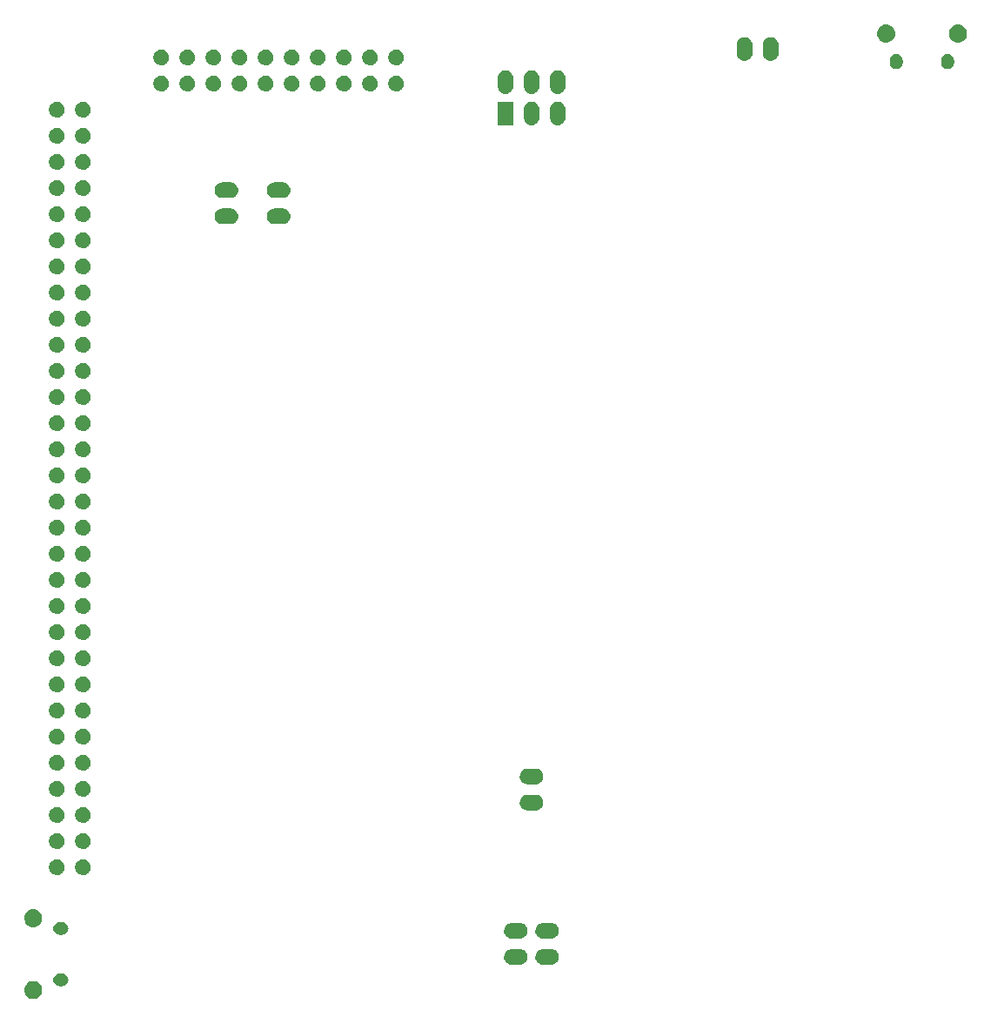
<source format=gbs>
G04 #@! TF.FileFunction,Soldermask,Bot*
%FSLAX46Y46*%
G04 Gerber Fmt 4.6, Leading zero omitted, Abs format (unit mm)*
G04 Created by KiCad (PCBNEW (2016-03-18 BZR 6629, Git 60d93d0)-product) date Tue 22 Mar 2016 11:04:14 AM EDT*
%MOMM*%
G01*
G04 APERTURE LIST*
%ADD10C,0.100000*%
G04 APERTURE END LIST*
D10*
G36*
X1675848Y-93638624D02*
X1675868Y-93638630D01*
X1675943Y-93638638D01*
X1839076Y-93689136D01*
X1989294Y-93770358D01*
X2120874Y-93879211D01*
X2228806Y-94011548D01*
X2308978Y-94162329D01*
X2358336Y-94325811D01*
X2375000Y-94495766D01*
X2375000Y-94504306D01*
X2374951Y-94511292D01*
X2374915Y-94516451D01*
X2355879Y-94686157D01*
X2304243Y-94848933D01*
X2221974Y-94998580D01*
X2112205Y-95129398D01*
X1979118Y-95236403D01*
X1827781Y-95315520D01*
X1663959Y-95363735D01*
X1663889Y-95363741D01*
X1663870Y-95363747D01*
X1493893Y-95379216D01*
X1324152Y-95361376D01*
X1324132Y-95361370D01*
X1324057Y-95361362D01*
X1160924Y-95310864D01*
X1010706Y-95229642D01*
X879126Y-95120789D01*
X771194Y-94988452D01*
X691022Y-94837671D01*
X641664Y-94674189D01*
X625000Y-94504234D01*
X625000Y-94495694D01*
X625057Y-94487585D01*
X625085Y-94483549D01*
X644121Y-94313843D01*
X695757Y-94151067D01*
X778026Y-94001420D01*
X887795Y-93870602D01*
X1020882Y-93763597D01*
X1172219Y-93684480D01*
X1336041Y-93636265D01*
X1336111Y-93636259D01*
X1336130Y-93636253D01*
X1506107Y-93620784D01*
X1675848Y-93638624D01*
X1675848Y-93638624D01*
G37*
G36*
X4308198Y-92875032D02*
X4308205Y-92875033D01*
X4312234Y-92875061D01*
X4433453Y-92888658D01*
X4549722Y-92925540D01*
X4656612Y-92984304D01*
X4750053Y-93062710D01*
X4826486Y-93157773D01*
X4882998Y-93265871D01*
X4917438Y-93382887D01*
X4917445Y-93382960D01*
X4917449Y-93382975D01*
X4928496Y-93504362D01*
X4915756Y-93625579D01*
X4915751Y-93625594D01*
X4915743Y-93625674D01*
X4879672Y-93742197D01*
X4821656Y-93849496D01*
X4743904Y-93943482D01*
X4649378Y-94020576D01*
X4541677Y-94077841D01*
X4424904Y-94113097D01*
X4303508Y-94125000D01*
X4096424Y-94125000D01*
X4091802Y-94124968D01*
X4091795Y-94124967D01*
X4087766Y-94124939D01*
X3966547Y-94111342D01*
X3850278Y-94074460D01*
X3743388Y-94015696D01*
X3649947Y-93937290D01*
X3573514Y-93842227D01*
X3517002Y-93734129D01*
X3482562Y-93617113D01*
X3482555Y-93617040D01*
X3482551Y-93617025D01*
X3471504Y-93495638D01*
X3484244Y-93374421D01*
X3484249Y-93374406D01*
X3484257Y-93374326D01*
X3520328Y-93257803D01*
X3578344Y-93150504D01*
X3656096Y-93056518D01*
X3750622Y-92979424D01*
X3858323Y-92922159D01*
X3975096Y-92886903D01*
X4096492Y-92875000D01*
X4303576Y-92875000D01*
X4308198Y-92875032D01*
X4308198Y-92875032D01*
G37*
G36*
X48868387Y-90508041D02*
X48873169Y-90508074D01*
X49020959Y-90524652D01*
X49162714Y-90569619D01*
X49293035Y-90641264D01*
X49406958Y-90736857D01*
X49500144Y-90852757D01*
X49569044Y-90984550D01*
X49611033Y-91127215D01*
X49611039Y-91127282D01*
X49611047Y-91127309D01*
X49624516Y-91275313D01*
X49608981Y-91423127D01*
X49608973Y-91423152D01*
X49608966Y-91423221D01*
X49564990Y-91565287D01*
X49494257Y-91696105D01*
X49399461Y-91810693D01*
X49284214Y-91904686D01*
X49152906Y-91974504D01*
X49010537Y-92017488D01*
X48862530Y-92032000D01*
X48089397Y-92032000D01*
X48083613Y-92031959D01*
X48078831Y-92031926D01*
X47931041Y-92015348D01*
X47789286Y-91970381D01*
X47658965Y-91898736D01*
X47545042Y-91803143D01*
X47451856Y-91687243D01*
X47382956Y-91555450D01*
X47340967Y-91412785D01*
X47340961Y-91412718D01*
X47340953Y-91412691D01*
X47327484Y-91264687D01*
X47343019Y-91116873D01*
X47343027Y-91116848D01*
X47343034Y-91116779D01*
X47387010Y-90974713D01*
X47457743Y-90843895D01*
X47552539Y-90729307D01*
X47667786Y-90635314D01*
X47799094Y-90565496D01*
X47941463Y-90522512D01*
X48089470Y-90508000D01*
X48862603Y-90508000D01*
X48868387Y-90508041D01*
X48868387Y-90508041D01*
G37*
G36*
X51916387Y-90508041D02*
X51921169Y-90508074D01*
X52068959Y-90524652D01*
X52210714Y-90569619D01*
X52341035Y-90641264D01*
X52454958Y-90736857D01*
X52548144Y-90852757D01*
X52617044Y-90984550D01*
X52659033Y-91127215D01*
X52659039Y-91127282D01*
X52659047Y-91127309D01*
X52672516Y-91275313D01*
X52656981Y-91423127D01*
X52656973Y-91423152D01*
X52656966Y-91423221D01*
X52612990Y-91565287D01*
X52542257Y-91696105D01*
X52447461Y-91810693D01*
X52332214Y-91904686D01*
X52200906Y-91974504D01*
X52058537Y-92017488D01*
X51910530Y-92032000D01*
X51137397Y-92032000D01*
X51131613Y-92031959D01*
X51126831Y-92031926D01*
X50979041Y-92015348D01*
X50837286Y-91970381D01*
X50706965Y-91898736D01*
X50593042Y-91803143D01*
X50499856Y-91687243D01*
X50430956Y-91555450D01*
X50388967Y-91412785D01*
X50388961Y-91412718D01*
X50388953Y-91412691D01*
X50375484Y-91264687D01*
X50391019Y-91116873D01*
X50391027Y-91116848D01*
X50391034Y-91116779D01*
X50435010Y-90974713D01*
X50505743Y-90843895D01*
X50600539Y-90729307D01*
X50715786Y-90635314D01*
X50847094Y-90565496D01*
X50989463Y-90522512D01*
X51137470Y-90508000D01*
X51910603Y-90508000D01*
X51916387Y-90508041D01*
X51916387Y-90508041D01*
G37*
G36*
X48868387Y-87968041D02*
X48873169Y-87968074D01*
X49020959Y-87984652D01*
X49162714Y-88029619D01*
X49293035Y-88101264D01*
X49406958Y-88196857D01*
X49500144Y-88312757D01*
X49569044Y-88444550D01*
X49611033Y-88587215D01*
X49611039Y-88587282D01*
X49611047Y-88587309D01*
X49624516Y-88735313D01*
X49608981Y-88883127D01*
X49608973Y-88883152D01*
X49608966Y-88883221D01*
X49564990Y-89025287D01*
X49494257Y-89156105D01*
X49399461Y-89270693D01*
X49284214Y-89364686D01*
X49152906Y-89434504D01*
X49010537Y-89477488D01*
X48862530Y-89492000D01*
X48089397Y-89492000D01*
X48083613Y-89491959D01*
X48078831Y-89491926D01*
X47931041Y-89475348D01*
X47789286Y-89430381D01*
X47658965Y-89358736D01*
X47545042Y-89263143D01*
X47451856Y-89147243D01*
X47382956Y-89015450D01*
X47340967Y-88872785D01*
X47340961Y-88872718D01*
X47340953Y-88872691D01*
X47327484Y-88724687D01*
X47343019Y-88576873D01*
X47343027Y-88576848D01*
X47343034Y-88576779D01*
X47387010Y-88434713D01*
X47457743Y-88303895D01*
X47552539Y-88189307D01*
X47667786Y-88095314D01*
X47799094Y-88025496D01*
X47941463Y-87982512D01*
X48089470Y-87968000D01*
X48862603Y-87968000D01*
X48868387Y-87968041D01*
X48868387Y-87968041D01*
G37*
G36*
X51916387Y-87968041D02*
X51921169Y-87968074D01*
X52068959Y-87984652D01*
X52210714Y-88029619D01*
X52341035Y-88101264D01*
X52454958Y-88196857D01*
X52548144Y-88312757D01*
X52617044Y-88444550D01*
X52659033Y-88587215D01*
X52659039Y-88587282D01*
X52659047Y-88587309D01*
X52672516Y-88735313D01*
X52656981Y-88883127D01*
X52656973Y-88883152D01*
X52656966Y-88883221D01*
X52612990Y-89025287D01*
X52542257Y-89156105D01*
X52447461Y-89270693D01*
X52332214Y-89364686D01*
X52200906Y-89434504D01*
X52058537Y-89477488D01*
X51910530Y-89492000D01*
X51137397Y-89492000D01*
X51131613Y-89491959D01*
X51126831Y-89491926D01*
X50979041Y-89475348D01*
X50837286Y-89430381D01*
X50706965Y-89358736D01*
X50593042Y-89263143D01*
X50499856Y-89147243D01*
X50430956Y-89015450D01*
X50388967Y-88872785D01*
X50388961Y-88872718D01*
X50388953Y-88872691D01*
X50375484Y-88724687D01*
X50391019Y-88576873D01*
X50391027Y-88576848D01*
X50391034Y-88576779D01*
X50435010Y-88434713D01*
X50505743Y-88303895D01*
X50600539Y-88189307D01*
X50715786Y-88095314D01*
X50847094Y-88025496D01*
X50989463Y-87982512D01*
X51137470Y-87968000D01*
X51910603Y-87968000D01*
X51916387Y-87968041D01*
X51916387Y-87968041D01*
G37*
G36*
X4308198Y-87875032D02*
X4308205Y-87875033D01*
X4312234Y-87875061D01*
X4433453Y-87888658D01*
X4549722Y-87925540D01*
X4656612Y-87984304D01*
X4750053Y-88062710D01*
X4826486Y-88157773D01*
X4882998Y-88265871D01*
X4917438Y-88382887D01*
X4917445Y-88382960D01*
X4917449Y-88382975D01*
X4928496Y-88504362D01*
X4915756Y-88625579D01*
X4915751Y-88625594D01*
X4915743Y-88625674D01*
X4879672Y-88742197D01*
X4821656Y-88849496D01*
X4743904Y-88943482D01*
X4649378Y-89020576D01*
X4541677Y-89077841D01*
X4424904Y-89113097D01*
X4303508Y-89125000D01*
X4096424Y-89125000D01*
X4091802Y-89124968D01*
X4091795Y-89124967D01*
X4087766Y-89124939D01*
X3966547Y-89111342D01*
X3850278Y-89074460D01*
X3743388Y-89015696D01*
X3649947Y-88937290D01*
X3573514Y-88842227D01*
X3517002Y-88734129D01*
X3482562Y-88617113D01*
X3482555Y-88617040D01*
X3482551Y-88617025D01*
X3471504Y-88495638D01*
X3484244Y-88374421D01*
X3484249Y-88374406D01*
X3484257Y-88374326D01*
X3520328Y-88257803D01*
X3578344Y-88150504D01*
X3656096Y-88056518D01*
X3750622Y-87979424D01*
X3858323Y-87922159D01*
X3975096Y-87886903D01*
X4096492Y-87875000D01*
X4303576Y-87875000D01*
X4308198Y-87875032D01*
X4308198Y-87875032D01*
G37*
G36*
X1675848Y-86638624D02*
X1675868Y-86638630D01*
X1675943Y-86638638D01*
X1839076Y-86689136D01*
X1989294Y-86770358D01*
X2120874Y-86879211D01*
X2228806Y-87011548D01*
X2308978Y-87162329D01*
X2358336Y-87325811D01*
X2375000Y-87495766D01*
X2375000Y-87504306D01*
X2374951Y-87511292D01*
X2374915Y-87516451D01*
X2355879Y-87686157D01*
X2304243Y-87848933D01*
X2221974Y-87998580D01*
X2112205Y-88129398D01*
X1979118Y-88236403D01*
X1827781Y-88315520D01*
X1663959Y-88363735D01*
X1663889Y-88363741D01*
X1663870Y-88363747D01*
X1493893Y-88379216D01*
X1324152Y-88361376D01*
X1324132Y-88361370D01*
X1324057Y-88361362D01*
X1160924Y-88310864D01*
X1010706Y-88229642D01*
X879126Y-88120789D01*
X771194Y-87988452D01*
X691022Y-87837671D01*
X641664Y-87674189D01*
X625000Y-87504234D01*
X625000Y-87495694D01*
X625057Y-87487585D01*
X625085Y-87483549D01*
X644121Y-87313843D01*
X695757Y-87151067D01*
X778026Y-87001420D01*
X887795Y-86870602D01*
X1020882Y-86763597D01*
X1172219Y-86684480D01*
X1336041Y-86636265D01*
X1336111Y-86636259D01*
X1336130Y-86636253D01*
X1506107Y-86620784D01*
X1675848Y-86638624D01*
X1675848Y-86638624D01*
G37*
G36*
X3890038Y-81788504D02*
X4036423Y-81818553D01*
X4174180Y-81876460D01*
X4298071Y-81960025D01*
X4403367Y-82066059D01*
X4486065Y-82190530D01*
X4543011Y-82328691D01*
X4571901Y-82474595D01*
X4571901Y-82474614D01*
X4572033Y-82475282D01*
X4569649Y-82645966D01*
X4569498Y-82646629D01*
X4569498Y-82646651D01*
X4536547Y-82791687D01*
X4475764Y-82928207D01*
X4389623Y-83050319D01*
X4281408Y-83153371D01*
X4155230Y-83233446D01*
X4015908Y-83287485D01*
X3868744Y-83313435D01*
X3719340Y-83310304D01*
X3573388Y-83278215D01*
X3436449Y-83218388D01*
X3313739Y-83133102D01*
X3209934Y-83025609D01*
X3128983Y-82899998D01*
X3073971Y-82761051D01*
X3046994Y-82614071D01*
X3049081Y-82464652D01*
X3080151Y-82318476D01*
X3139019Y-82181126D01*
X3223446Y-82057824D01*
X3330216Y-81953268D01*
X3455259Y-81871442D01*
X3593811Y-81815463D01*
X3740604Y-81787461D01*
X3890038Y-81788504D01*
X3890038Y-81788504D01*
G37*
G36*
X6430038Y-81788504D02*
X6576423Y-81818553D01*
X6714180Y-81876460D01*
X6838071Y-81960025D01*
X6943367Y-82066059D01*
X7026065Y-82190530D01*
X7083011Y-82328691D01*
X7111901Y-82474595D01*
X7111901Y-82474614D01*
X7112033Y-82475282D01*
X7109649Y-82645966D01*
X7109498Y-82646629D01*
X7109498Y-82646651D01*
X7076547Y-82791687D01*
X7015764Y-82928207D01*
X6929623Y-83050319D01*
X6821408Y-83153371D01*
X6695230Y-83233446D01*
X6555908Y-83287485D01*
X6408744Y-83313435D01*
X6259340Y-83310304D01*
X6113388Y-83278215D01*
X5976449Y-83218388D01*
X5853739Y-83133102D01*
X5749934Y-83025609D01*
X5668983Y-82899998D01*
X5613971Y-82761051D01*
X5586994Y-82614071D01*
X5589081Y-82464652D01*
X5620151Y-82318476D01*
X5679019Y-82181126D01*
X5763446Y-82057824D01*
X5870216Y-81953268D01*
X5995259Y-81871442D01*
X6133811Y-81815463D01*
X6280604Y-81787461D01*
X6430038Y-81788504D01*
X6430038Y-81788504D01*
G37*
G36*
X3890038Y-79248504D02*
X4036423Y-79278553D01*
X4174180Y-79336460D01*
X4298071Y-79420025D01*
X4403367Y-79526059D01*
X4486065Y-79650530D01*
X4543011Y-79788691D01*
X4571901Y-79934595D01*
X4571901Y-79934614D01*
X4572033Y-79935282D01*
X4569649Y-80105966D01*
X4569498Y-80106629D01*
X4569498Y-80106651D01*
X4536547Y-80251687D01*
X4475764Y-80388207D01*
X4389623Y-80510319D01*
X4281408Y-80613371D01*
X4155230Y-80693446D01*
X4015908Y-80747485D01*
X3868744Y-80773435D01*
X3719340Y-80770304D01*
X3573388Y-80738215D01*
X3436449Y-80678388D01*
X3313739Y-80593102D01*
X3209934Y-80485609D01*
X3128983Y-80359998D01*
X3073971Y-80221051D01*
X3046994Y-80074071D01*
X3049081Y-79924652D01*
X3080151Y-79778476D01*
X3139019Y-79641126D01*
X3223446Y-79517824D01*
X3330216Y-79413268D01*
X3455259Y-79331442D01*
X3593811Y-79275463D01*
X3740604Y-79247461D01*
X3890038Y-79248504D01*
X3890038Y-79248504D01*
G37*
G36*
X6430038Y-79248504D02*
X6576423Y-79278553D01*
X6714180Y-79336460D01*
X6838071Y-79420025D01*
X6943367Y-79526059D01*
X7026065Y-79650530D01*
X7083011Y-79788691D01*
X7111901Y-79934595D01*
X7111901Y-79934614D01*
X7112033Y-79935282D01*
X7109649Y-80105966D01*
X7109498Y-80106629D01*
X7109498Y-80106651D01*
X7076547Y-80251687D01*
X7015764Y-80388207D01*
X6929623Y-80510319D01*
X6821408Y-80613371D01*
X6695230Y-80693446D01*
X6555908Y-80747485D01*
X6408744Y-80773435D01*
X6259340Y-80770304D01*
X6113388Y-80738215D01*
X5976449Y-80678388D01*
X5853739Y-80593102D01*
X5749934Y-80485609D01*
X5668983Y-80359998D01*
X5613971Y-80221051D01*
X5586994Y-80074071D01*
X5589081Y-79924652D01*
X5620151Y-79778476D01*
X5679019Y-79641126D01*
X5763446Y-79517824D01*
X5870216Y-79413268D01*
X5995259Y-79331442D01*
X6133811Y-79275463D01*
X6280604Y-79247461D01*
X6430038Y-79248504D01*
X6430038Y-79248504D01*
G37*
G36*
X6430038Y-76708504D02*
X6576423Y-76738553D01*
X6714180Y-76796460D01*
X6838071Y-76880025D01*
X6943367Y-76986059D01*
X7026065Y-77110530D01*
X7083011Y-77248691D01*
X7111901Y-77394595D01*
X7111901Y-77394614D01*
X7112033Y-77395282D01*
X7109649Y-77565966D01*
X7109498Y-77566629D01*
X7109498Y-77566651D01*
X7076547Y-77711687D01*
X7015764Y-77848207D01*
X6929623Y-77970319D01*
X6821408Y-78073371D01*
X6695230Y-78153446D01*
X6555908Y-78207485D01*
X6408744Y-78233435D01*
X6259340Y-78230304D01*
X6113388Y-78198215D01*
X5976449Y-78138388D01*
X5853739Y-78053102D01*
X5749934Y-77945609D01*
X5668983Y-77819998D01*
X5613971Y-77681051D01*
X5586994Y-77534071D01*
X5589081Y-77384652D01*
X5620151Y-77238476D01*
X5679019Y-77101126D01*
X5763446Y-76977824D01*
X5870216Y-76873268D01*
X5995259Y-76791442D01*
X6133811Y-76735463D01*
X6280604Y-76707461D01*
X6430038Y-76708504D01*
X6430038Y-76708504D01*
G37*
G36*
X3890038Y-76708504D02*
X4036423Y-76738553D01*
X4174180Y-76796460D01*
X4298071Y-76880025D01*
X4403367Y-76986059D01*
X4486065Y-77110530D01*
X4543011Y-77248691D01*
X4571901Y-77394595D01*
X4571901Y-77394614D01*
X4572033Y-77395282D01*
X4569649Y-77565966D01*
X4569498Y-77566629D01*
X4569498Y-77566651D01*
X4536547Y-77711687D01*
X4475764Y-77848207D01*
X4389623Y-77970319D01*
X4281408Y-78073371D01*
X4155230Y-78153446D01*
X4015908Y-78207485D01*
X3868744Y-78233435D01*
X3719340Y-78230304D01*
X3573388Y-78198215D01*
X3436449Y-78138388D01*
X3313739Y-78053102D01*
X3209934Y-77945609D01*
X3128983Y-77819998D01*
X3073971Y-77681051D01*
X3046994Y-77534071D01*
X3049081Y-77384652D01*
X3080151Y-77238476D01*
X3139019Y-77101126D01*
X3223446Y-76977824D01*
X3330216Y-76873268D01*
X3455259Y-76791442D01*
X3593811Y-76735463D01*
X3740604Y-76707461D01*
X3890038Y-76708504D01*
X3890038Y-76708504D01*
G37*
G36*
X50392387Y-75508041D02*
X50397169Y-75508074D01*
X50544959Y-75524652D01*
X50686714Y-75569619D01*
X50817035Y-75641264D01*
X50930958Y-75736857D01*
X51024144Y-75852757D01*
X51093044Y-75984550D01*
X51135033Y-76127215D01*
X51135039Y-76127282D01*
X51135047Y-76127309D01*
X51148516Y-76275313D01*
X51132981Y-76423127D01*
X51132973Y-76423152D01*
X51132966Y-76423221D01*
X51088990Y-76565287D01*
X51018257Y-76696105D01*
X50923461Y-76810693D01*
X50808214Y-76904686D01*
X50676906Y-76974504D01*
X50534537Y-77017488D01*
X50386530Y-77032000D01*
X49613397Y-77032000D01*
X49607613Y-77031959D01*
X49602831Y-77031926D01*
X49455041Y-77015348D01*
X49313286Y-76970381D01*
X49182965Y-76898736D01*
X49069042Y-76803143D01*
X48975856Y-76687243D01*
X48906956Y-76555450D01*
X48864967Y-76412785D01*
X48864961Y-76412718D01*
X48864953Y-76412691D01*
X48851484Y-76264687D01*
X48867019Y-76116873D01*
X48867027Y-76116848D01*
X48867034Y-76116779D01*
X48911010Y-75974713D01*
X48981743Y-75843895D01*
X49076539Y-75729307D01*
X49191786Y-75635314D01*
X49323094Y-75565496D01*
X49465463Y-75522512D01*
X49613470Y-75508000D01*
X50386603Y-75508000D01*
X50392387Y-75508041D01*
X50392387Y-75508041D01*
G37*
G36*
X3890038Y-74168504D02*
X4036423Y-74198553D01*
X4174180Y-74256460D01*
X4298071Y-74340025D01*
X4403367Y-74446059D01*
X4486065Y-74570530D01*
X4543011Y-74708691D01*
X4571901Y-74854595D01*
X4571901Y-74854614D01*
X4572033Y-74855282D01*
X4569649Y-75025966D01*
X4569498Y-75026629D01*
X4569498Y-75026651D01*
X4536547Y-75171687D01*
X4475764Y-75308207D01*
X4389623Y-75430319D01*
X4281408Y-75533371D01*
X4155230Y-75613446D01*
X4015908Y-75667485D01*
X3868744Y-75693435D01*
X3719340Y-75690304D01*
X3573388Y-75658215D01*
X3436449Y-75598388D01*
X3313739Y-75513102D01*
X3209934Y-75405609D01*
X3128983Y-75279998D01*
X3073971Y-75141051D01*
X3046994Y-74994071D01*
X3049081Y-74844652D01*
X3080151Y-74698476D01*
X3139019Y-74561126D01*
X3223446Y-74437824D01*
X3330216Y-74333268D01*
X3455259Y-74251442D01*
X3593811Y-74195463D01*
X3740604Y-74167461D01*
X3890038Y-74168504D01*
X3890038Y-74168504D01*
G37*
G36*
X6430038Y-74168504D02*
X6576423Y-74198553D01*
X6714180Y-74256460D01*
X6838071Y-74340025D01*
X6943367Y-74446059D01*
X7026065Y-74570530D01*
X7083011Y-74708691D01*
X7111901Y-74854595D01*
X7111901Y-74854614D01*
X7112033Y-74855282D01*
X7109649Y-75025966D01*
X7109498Y-75026629D01*
X7109498Y-75026651D01*
X7076547Y-75171687D01*
X7015764Y-75308207D01*
X6929623Y-75430319D01*
X6821408Y-75533371D01*
X6695230Y-75613446D01*
X6555908Y-75667485D01*
X6408744Y-75693435D01*
X6259340Y-75690304D01*
X6113388Y-75658215D01*
X5976449Y-75598388D01*
X5853739Y-75513102D01*
X5749934Y-75405609D01*
X5668983Y-75279998D01*
X5613971Y-75141051D01*
X5586994Y-74994071D01*
X5589081Y-74844652D01*
X5620151Y-74698476D01*
X5679019Y-74561126D01*
X5763446Y-74437824D01*
X5870216Y-74333268D01*
X5995259Y-74251442D01*
X6133811Y-74195463D01*
X6280604Y-74167461D01*
X6430038Y-74168504D01*
X6430038Y-74168504D01*
G37*
G36*
X50392387Y-72968041D02*
X50397169Y-72968074D01*
X50544959Y-72984652D01*
X50686714Y-73029619D01*
X50817035Y-73101264D01*
X50930958Y-73196857D01*
X51024144Y-73312757D01*
X51093044Y-73444550D01*
X51135033Y-73587215D01*
X51135039Y-73587282D01*
X51135047Y-73587309D01*
X51148516Y-73735313D01*
X51132981Y-73883127D01*
X51132973Y-73883152D01*
X51132966Y-73883221D01*
X51088990Y-74025287D01*
X51018257Y-74156105D01*
X50923461Y-74270693D01*
X50808214Y-74364686D01*
X50676906Y-74434504D01*
X50534537Y-74477488D01*
X50386530Y-74492000D01*
X49613397Y-74492000D01*
X49607613Y-74491959D01*
X49602831Y-74491926D01*
X49455041Y-74475348D01*
X49313286Y-74430381D01*
X49182965Y-74358736D01*
X49069042Y-74263143D01*
X48975856Y-74147243D01*
X48906956Y-74015450D01*
X48864967Y-73872785D01*
X48864961Y-73872718D01*
X48864953Y-73872691D01*
X48851484Y-73724687D01*
X48867019Y-73576873D01*
X48867027Y-73576848D01*
X48867034Y-73576779D01*
X48911010Y-73434713D01*
X48981743Y-73303895D01*
X49076539Y-73189307D01*
X49191786Y-73095314D01*
X49323094Y-73025496D01*
X49465463Y-72982512D01*
X49613470Y-72968000D01*
X50386603Y-72968000D01*
X50392387Y-72968041D01*
X50392387Y-72968041D01*
G37*
G36*
X6430038Y-71628504D02*
X6576423Y-71658553D01*
X6714180Y-71716460D01*
X6838071Y-71800025D01*
X6943367Y-71906059D01*
X7026065Y-72030530D01*
X7083011Y-72168691D01*
X7111901Y-72314595D01*
X7111901Y-72314614D01*
X7112033Y-72315282D01*
X7109649Y-72485966D01*
X7109498Y-72486629D01*
X7109498Y-72486651D01*
X7076547Y-72631687D01*
X7015764Y-72768207D01*
X6929623Y-72890319D01*
X6821408Y-72993371D01*
X6695230Y-73073446D01*
X6555908Y-73127485D01*
X6408744Y-73153435D01*
X6259340Y-73150304D01*
X6113388Y-73118215D01*
X5976449Y-73058388D01*
X5853739Y-72973102D01*
X5749934Y-72865609D01*
X5668983Y-72739998D01*
X5613971Y-72601051D01*
X5586994Y-72454071D01*
X5589081Y-72304652D01*
X5620151Y-72158476D01*
X5679019Y-72021126D01*
X5763446Y-71897824D01*
X5870216Y-71793268D01*
X5995259Y-71711442D01*
X6133811Y-71655463D01*
X6280604Y-71627461D01*
X6430038Y-71628504D01*
X6430038Y-71628504D01*
G37*
G36*
X3890038Y-71628504D02*
X4036423Y-71658553D01*
X4174180Y-71716460D01*
X4298071Y-71800025D01*
X4403367Y-71906059D01*
X4486065Y-72030530D01*
X4543011Y-72168691D01*
X4571901Y-72314595D01*
X4571901Y-72314614D01*
X4572033Y-72315282D01*
X4569649Y-72485966D01*
X4569498Y-72486629D01*
X4569498Y-72486651D01*
X4536547Y-72631687D01*
X4475764Y-72768207D01*
X4389623Y-72890319D01*
X4281408Y-72993371D01*
X4155230Y-73073446D01*
X4015908Y-73127485D01*
X3868744Y-73153435D01*
X3719340Y-73150304D01*
X3573388Y-73118215D01*
X3436449Y-73058388D01*
X3313739Y-72973102D01*
X3209934Y-72865609D01*
X3128983Y-72739998D01*
X3073971Y-72601051D01*
X3046994Y-72454071D01*
X3049081Y-72304652D01*
X3080151Y-72158476D01*
X3139019Y-72021126D01*
X3223446Y-71897824D01*
X3330216Y-71793268D01*
X3455259Y-71711442D01*
X3593811Y-71655463D01*
X3740604Y-71627461D01*
X3890038Y-71628504D01*
X3890038Y-71628504D01*
G37*
G36*
X6430038Y-69088504D02*
X6576423Y-69118553D01*
X6714180Y-69176460D01*
X6838071Y-69260025D01*
X6943367Y-69366059D01*
X7026065Y-69490530D01*
X7083011Y-69628691D01*
X7111901Y-69774595D01*
X7111901Y-69774614D01*
X7112033Y-69775282D01*
X7109649Y-69945966D01*
X7109498Y-69946629D01*
X7109498Y-69946651D01*
X7076547Y-70091687D01*
X7015764Y-70228207D01*
X6929623Y-70350319D01*
X6821408Y-70453371D01*
X6695230Y-70533446D01*
X6555908Y-70587485D01*
X6408744Y-70613435D01*
X6259340Y-70610304D01*
X6113388Y-70578215D01*
X5976449Y-70518388D01*
X5853739Y-70433102D01*
X5749934Y-70325609D01*
X5668983Y-70199998D01*
X5613971Y-70061051D01*
X5586994Y-69914071D01*
X5589081Y-69764652D01*
X5620151Y-69618476D01*
X5679019Y-69481126D01*
X5763446Y-69357824D01*
X5870216Y-69253268D01*
X5995259Y-69171442D01*
X6133811Y-69115463D01*
X6280604Y-69087461D01*
X6430038Y-69088504D01*
X6430038Y-69088504D01*
G37*
G36*
X3890038Y-69088504D02*
X4036423Y-69118553D01*
X4174180Y-69176460D01*
X4298071Y-69260025D01*
X4403367Y-69366059D01*
X4486065Y-69490530D01*
X4543011Y-69628691D01*
X4571901Y-69774595D01*
X4571901Y-69774614D01*
X4572033Y-69775282D01*
X4569649Y-69945966D01*
X4569498Y-69946629D01*
X4569498Y-69946651D01*
X4536547Y-70091687D01*
X4475764Y-70228207D01*
X4389623Y-70350319D01*
X4281408Y-70453371D01*
X4155230Y-70533446D01*
X4015908Y-70587485D01*
X3868744Y-70613435D01*
X3719340Y-70610304D01*
X3573388Y-70578215D01*
X3436449Y-70518388D01*
X3313739Y-70433102D01*
X3209934Y-70325609D01*
X3128983Y-70199998D01*
X3073971Y-70061051D01*
X3046994Y-69914071D01*
X3049081Y-69764652D01*
X3080151Y-69618476D01*
X3139019Y-69481126D01*
X3223446Y-69357824D01*
X3330216Y-69253268D01*
X3455259Y-69171442D01*
X3593811Y-69115463D01*
X3740604Y-69087461D01*
X3890038Y-69088504D01*
X3890038Y-69088504D01*
G37*
G36*
X3890038Y-66548504D02*
X4036423Y-66578553D01*
X4174180Y-66636460D01*
X4298071Y-66720025D01*
X4403367Y-66826059D01*
X4486065Y-66950530D01*
X4543011Y-67088691D01*
X4571901Y-67234595D01*
X4571901Y-67234614D01*
X4572033Y-67235282D01*
X4569649Y-67405966D01*
X4569498Y-67406629D01*
X4569498Y-67406651D01*
X4536547Y-67551687D01*
X4475764Y-67688207D01*
X4389623Y-67810319D01*
X4281408Y-67913371D01*
X4155230Y-67993446D01*
X4015908Y-68047485D01*
X3868744Y-68073435D01*
X3719340Y-68070304D01*
X3573388Y-68038215D01*
X3436449Y-67978388D01*
X3313739Y-67893102D01*
X3209934Y-67785609D01*
X3128983Y-67659998D01*
X3073971Y-67521051D01*
X3046994Y-67374071D01*
X3049081Y-67224652D01*
X3080151Y-67078476D01*
X3139019Y-66941126D01*
X3223446Y-66817824D01*
X3330216Y-66713268D01*
X3455259Y-66631442D01*
X3593811Y-66575463D01*
X3740604Y-66547461D01*
X3890038Y-66548504D01*
X3890038Y-66548504D01*
G37*
G36*
X6430038Y-66548504D02*
X6576423Y-66578553D01*
X6714180Y-66636460D01*
X6838071Y-66720025D01*
X6943367Y-66826059D01*
X7026065Y-66950530D01*
X7083011Y-67088691D01*
X7111901Y-67234595D01*
X7111901Y-67234614D01*
X7112033Y-67235282D01*
X7109649Y-67405966D01*
X7109498Y-67406629D01*
X7109498Y-67406651D01*
X7076547Y-67551687D01*
X7015764Y-67688207D01*
X6929623Y-67810319D01*
X6821408Y-67913371D01*
X6695230Y-67993446D01*
X6555908Y-68047485D01*
X6408744Y-68073435D01*
X6259340Y-68070304D01*
X6113388Y-68038215D01*
X5976449Y-67978388D01*
X5853739Y-67893102D01*
X5749934Y-67785609D01*
X5668983Y-67659998D01*
X5613971Y-67521051D01*
X5586994Y-67374071D01*
X5589081Y-67224652D01*
X5620151Y-67078476D01*
X5679019Y-66941126D01*
X5763446Y-66817824D01*
X5870216Y-66713268D01*
X5995259Y-66631442D01*
X6133811Y-66575463D01*
X6280604Y-66547461D01*
X6430038Y-66548504D01*
X6430038Y-66548504D01*
G37*
G36*
X3890038Y-64008504D02*
X4036423Y-64038553D01*
X4174180Y-64096460D01*
X4298071Y-64180025D01*
X4403367Y-64286059D01*
X4486065Y-64410530D01*
X4543011Y-64548691D01*
X4571901Y-64694595D01*
X4571901Y-64694614D01*
X4572033Y-64695282D01*
X4569649Y-64865966D01*
X4569498Y-64866629D01*
X4569498Y-64866651D01*
X4536547Y-65011687D01*
X4475764Y-65148207D01*
X4389623Y-65270319D01*
X4281408Y-65373371D01*
X4155230Y-65453446D01*
X4015908Y-65507485D01*
X3868744Y-65533435D01*
X3719340Y-65530304D01*
X3573388Y-65498215D01*
X3436449Y-65438388D01*
X3313739Y-65353102D01*
X3209934Y-65245609D01*
X3128983Y-65119998D01*
X3073971Y-64981051D01*
X3046994Y-64834071D01*
X3049081Y-64684652D01*
X3080151Y-64538476D01*
X3139019Y-64401126D01*
X3223446Y-64277824D01*
X3330216Y-64173268D01*
X3455259Y-64091442D01*
X3593811Y-64035463D01*
X3740604Y-64007461D01*
X3890038Y-64008504D01*
X3890038Y-64008504D01*
G37*
G36*
X6430038Y-64008504D02*
X6576423Y-64038553D01*
X6714180Y-64096460D01*
X6838071Y-64180025D01*
X6943367Y-64286059D01*
X7026065Y-64410530D01*
X7083011Y-64548691D01*
X7111901Y-64694595D01*
X7111901Y-64694614D01*
X7112033Y-64695282D01*
X7109649Y-64865966D01*
X7109498Y-64866629D01*
X7109498Y-64866651D01*
X7076547Y-65011687D01*
X7015764Y-65148207D01*
X6929623Y-65270319D01*
X6821408Y-65373371D01*
X6695230Y-65453446D01*
X6555908Y-65507485D01*
X6408744Y-65533435D01*
X6259340Y-65530304D01*
X6113388Y-65498215D01*
X5976449Y-65438388D01*
X5853739Y-65353102D01*
X5749934Y-65245609D01*
X5668983Y-65119998D01*
X5613971Y-64981051D01*
X5586994Y-64834071D01*
X5589081Y-64684652D01*
X5620151Y-64538476D01*
X5679019Y-64401126D01*
X5763446Y-64277824D01*
X5870216Y-64173268D01*
X5995259Y-64091442D01*
X6133811Y-64035463D01*
X6280604Y-64007461D01*
X6430038Y-64008504D01*
X6430038Y-64008504D01*
G37*
G36*
X6430038Y-61468504D02*
X6576423Y-61498553D01*
X6714180Y-61556460D01*
X6838071Y-61640025D01*
X6943367Y-61746059D01*
X7026065Y-61870530D01*
X7083011Y-62008691D01*
X7111901Y-62154595D01*
X7111901Y-62154614D01*
X7112033Y-62155282D01*
X7109649Y-62325966D01*
X7109498Y-62326629D01*
X7109498Y-62326651D01*
X7076547Y-62471687D01*
X7015764Y-62608207D01*
X6929623Y-62730319D01*
X6821408Y-62833371D01*
X6695230Y-62913446D01*
X6555908Y-62967485D01*
X6408744Y-62993435D01*
X6259340Y-62990304D01*
X6113388Y-62958215D01*
X5976449Y-62898388D01*
X5853739Y-62813102D01*
X5749934Y-62705609D01*
X5668983Y-62579998D01*
X5613971Y-62441051D01*
X5586994Y-62294071D01*
X5589081Y-62144652D01*
X5620151Y-61998476D01*
X5679019Y-61861126D01*
X5763446Y-61737824D01*
X5870216Y-61633268D01*
X5995259Y-61551442D01*
X6133811Y-61495463D01*
X6280604Y-61467461D01*
X6430038Y-61468504D01*
X6430038Y-61468504D01*
G37*
G36*
X3890038Y-61468504D02*
X4036423Y-61498553D01*
X4174180Y-61556460D01*
X4298071Y-61640025D01*
X4403367Y-61746059D01*
X4486065Y-61870530D01*
X4543011Y-62008691D01*
X4571901Y-62154595D01*
X4571901Y-62154614D01*
X4572033Y-62155282D01*
X4569649Y-62325966D01*
X4569498Y-62326629D01*
X4569498Y-62326651D01*
X4536547Y-62471687D01*
X4475764Y-62608207D01*
X4389623Y-62730319D01*
X4281408Y-62833371D01*
X4155230Y-62913446D01*
X4015908Y-62967485D01*
X3868744Y-62993435D01*
X3719340Y-62990304D01*
X3573388Y-62958215D01*
X3436449Y-62898388D01*
X3313739Y-62813102D01*
X3209934Y-62705609D01*
X3128983Y-62579998D01*
X3073971Y-62441051D01*
X3046994Y-62294071D01*
X3049081Y-62144652D01*
X3080151Y-61998476D01*
X3139019Y-61861126D01*
X3223446Y-61737824D01*
X3330216Y-61633268D01*
X3455259Y-61551442D01*
X3593811Y-61495463D01*
X3740604Y-61467461D01*
X3890038Y-61468504D01*
X3890038Y-61468504D01*
G37*
G36*
X3890038Y-58928504D02*
X4036423Y-58958553D01*
X4174180Y-59016460D01*
X4298071Y-59100025D01*
X4403367Y-59206059D01*
X4486065Y-59330530D01*
X4543011Y-59468691D01*
X4571901Y-59614595D01*
X4571901Y-59614614D01*
X4572033Y-59615282D01*
X4569649Y-59785966D01*
X4569498Y-59786629D01*
X4569498Y-59786651D01*
X4536547Y-59931687D01*
X4475764Y-60068207D01*
X4389623Y-60190319D01*
X4281408Y-60293371D01*
X4155230Y-60373446D01*
X4015908Y-60427485D01*
X3868744Y-60453435D01*
X3719340Y-60450304D01*
X3573388Y-60418215D01*
X3436449Y-60358388D01*
X3313739Y-60273102D01*
X3209934Y-60165609D01*
X3128983Y-60039998D01*
X3073971Y-59901051D01*
X3046994Y-59754071D01*
X3049081Y-59604652D01*
X3080151Y-59458476D01*
X3139019Y-59321126D01*
X3223446Y-59197824D01*
X3330216Y-59093268D01*
X3455259Y-59011442D01*
X3593811Y-58955463D01*
X3740604Y-58927461D01*
X3890038Y-58928504D01*
X3890038Y-58928504D01*
G37*
G36*
X6430038Y-58928504D02*
X6576423Y-58958553D01*
X6714180Y-59016460D01*
X6838071Y-59100025D01*
X6943367Y-59206059D01*
X7026065Y-59330530D01*
X7083011Y-59468691D01*
X7111901Y-59614595D01*
X7111901Y-59614614D01*
X7112033Y-59615282D01*
X7109649Y-59785966D01*
X7109498Y-59786629D01*
X7109498Y-59786651D01*
X7076547Y-59931687D01*
X7015764Y-60068207D01*
X6929623Y-60190319D01*
X6821408Y-60293371D01*
X6695230Y-60373446D01*
X6555908Y-60427485D01*
X6408744Y-60453435D01*
X6259340Y-60450304D01*
X6113388Y-60418215D01*
X5976449Y-60358388D01*
X5853739Y-60273102D01*
X5749934Y-60165609D01*
X5668983Y-60039998D01*
X5613971Y-59901051D01*
X5586994Y-59754071D01*
X5589081Y-59604652D01*
X5620151Y-59458476D01*
X5679019Y-59321126D01*
X5763446Y-59197824D01*
X5870216Y-59093268D01*
X5995259Y-59011442D01*
X6133811Y-58955463D01*
X6280604Y-58927461D01*
X6430038Y-58928504D01*
X6430038Y-58928504D01*
G37*
G36*
X3890038Y-56388504D02*
X4036423Y-56418553D01*
X4174180Y-56476460D01*
X4298071Y-56560025D01*
X4403367Y-56666059D01*
X4486065Y-56790530D01*
X4543011Y-56928691D01*
X4571901Y-57074595D01*
X4571901Y-57074614D01*
X4572033Y-57075282D01*
X4569649Y-57245966D01*
X4569498Y-57246629D01*
X4569498Y-57246651D01*
X4536547Y-57391687D01*
X4475764Y-57528207D01*
X4389623Y-57650319D01*
X4281408Y-57753371D01*
X4155230Y-57833446D01*
X4015908Y-57887485D01*
X3868744Y-57913435D01*
X3719340Y-57910304D01*
X3573388Y-57878215D01*
X3436449Y-57818388D01*
X3313739Y-57733102D01*
X3209934Y-57625609D01*
X3128983Y-57499998D01*
X3073971Y-57361051D01*
X3046994Y-57214071D01*
X3049081Y-57064652D01*
X3080151Y-56918476D01*
X3139019Y-56781126D01*
X3223446Y-56657824D01*
X3330216Y-56553268D01*
X3455259Y-56471442D01*
X3593811Y-56415463D01*
X3740604Y-56387461D01*
X3890038Y-56388504D01*
X3890038Y-56388504D01*
G37*
G36*
X6430038Y-56388504D02*
X6576423Y-56418553D01*
X6714180Y-56476460D01*
X6838071Y-56560025D01*
X6943367Y-56666059D01*
X7026065Y-56790530D01*
X7083011Y-56928691D01*
X7111901Y-57074595D01*
X7111901Y-57074614D01*
X7112033Y-57075282D01*
X7109649Y-57245966D01*
X7109498Y-57246629D01*
X7109498Y-57246651D01*
X7076547Y-57391687D01*
X7015764Y-57528207D01*
X6929623Y-57650319D01*
X6821408Y-57753371D01*
X6695230Y-57833446D01*
X6555908Y-57887485D01*
X6408744Y-57913435D01*
X6259340Y-57910304D01*
X6113388Y-57878215D01*
X5976449Y-57818388D01*
X5853739Y-57733102D01*
X5749934Y-57625609D01*
X5668983Y-57499998D01*
X5613971Y-57361051D01*
X5586994Y-57214071D01*
X5589081Y-57064652D01*
X5620151Y-56918476D01*
X5679019Y-56781126D01*
X5763446Y-56657824D01*
X5870216Y-56553268D01*
X5995259Y-56471442D01*
X6133811Y-56415463D01*
X6280604Y-56387461D01*
X6430038Y-56388504D01*
X6430038Y-56388504D01*
G37*
G36*
X3890038Y-53848504D02*
X4036423Y-53878553D01*
X4174180Y-53936460D01*
X4298071Y-54020025D01*
X4403367Y-54126059D01*
X4486065Y-54250530D01*
X4543011Y-54388691D01*
X4571901Y-54534595D01*
X4571901Y-54534614D01*
X4572033Y-54535282D01*
X4569649Y-54705966D01*
X4569498Y-54706629D01*
X4569498Y-54706651D01*
X4536547Y-54851687D01*
X4475764Y-54988207D01*
X4389623Y-55110319D01*
X4281408Y-55213371D01*
X4155230Y-55293446D01*
X4015908Y-55347485D01*
X3868744Y-55373435D01*
X3719340Y-55370304D01*
X3573388Y-55338215D01*
X3436449Y-55278388D01*
X3313739Y-55193102D01*
X3209934Y-55085609D01*
X3128983Y-54959998D01*
X3073971Y-54821051D01*
X3046994Y-54674071D01*
X3049081Y-54524652D01*
X3080151Y-54378476D01*
X3139019Y-54241126D01*
X3223446Y-54117824D01*
X3330216Y-54013268D01*
X3455259Y-53931442D01*
X3593811Y-53875463D01*
X3740604Y-53847461D01*
X3890038Y-53848504D01*
X3890038Y-53848504D01*
G37*
G36*
X6430038Y-53848504D02*
X6576423Y-53878553D01*
X6714180Y-53936460D01*
X6838071Y-54020025D01*
X6943367Y-54126059D01*
X7026065Y-54250530D01*
X7083011Y-54388691D01*
X7111901Y-54534595D01*
X7111901Y-54534614D01*
X7112033Y-54535282D01*
X7109649Y-54705966D01*
X7109498Y-54706629D01*
X7109498Y-54706651D01*
X7076547Y-54851687D01*
X7015764Y-54988207D01*
X6929623Y-55110319D01*
X6821408Y-55213371D01*
X6695230Y-55293446D01*
X6555908Y-55347485D01*
X6408744Y-55373435D01*
X6259340Y-55370304D01*
X6113388Y-55338215D01*
X5976449Y-55278388D01*
X5853739Y-55193102D01*
X5749934Y-55085609D01*
X5668983Y-54959998D01*
X5613971Y-54821051D01*
X5586994Y-54674071D01*
X5589081Y-54524652D01*
X5620151Y-54378476D01*
X5679019Y-54241126D01*
X5763446Y-54117824D01*
X5870216Y-54013268D01*
X5995259Y-53931442D01*
X6133811Y-53875463D01*
X6280604Y-53847461D01*
X6430038Y-53848504D01*
X6430038Y-53848504D01*
G37*
G36*
X3890038Y-51308504D02*
X4036423Y-51338553D01*
X4174180Y-51396460D01*
X4298071Y-51480025D01*
X4403367Y-51586059D01*
X4486065Y-51710530D01*
X4543011Y-51848691D01*
X4571901Y-51994595D01*
X4571901Y-51994614D01*
X4572033Y-51995282D01*
X4569649Y-52165966D01*
X4569498Y-52166629D01*
X4569498Y-52166651D01*
X4536547Y-52311687D01*
X4475764Y-52448207D01*
X4389623Y-52570319D01*
X4281408Y-52673371D01*
X4155230Y-52753446D01*
X4015908Y-52807485D01*
X3868744Y-52833435D01*
X3719340Y-52830304D01*
X3573388Y-52798215D01*
X3436449Y-52738388D01*
X3313739Y-52653102D01*
X3209934Y-52545609D01*
X3128983Y-52419998D01*
X3073971Y-52281051D01*
X3046994Y-52134071D01*
X3049081Y-51984652D01*
X3080151Y-51838476D01*
X3139019Y-51701126D01*
X3223446Y-51577824D01*
X3330216Y-51473268D01*
X3455259Y-51391442D01*
X3593811Y-51335463D01*
X3740604Y-51307461D01*
X3890038Y-51308504D01*
X3890038Y-51308504D01*
G37*
G36*
X6430038Y-51308504D02*
X6576423Y-51338553D01*
X6714180Y-51396460D01*
X6838071Y-51480025D01*
X6943367Y-51586059D01*
X7026065Y-51710530D01*
X7083011Y-51848691D01*
X7111901Y-51994595D01*
X7111901Y-51994614D01*
X7112033Y-51995282D01*
X7109649Y-52165966D01*
X7109498Y-52166629D01*
X7109498Y-52166651D01*
X7076547Y-52311687D01*
X7015764Y-52448207D01*
X6929623Y-52570319D01*
X6821408Y-52673371D01*
X6695230Y-52753446D01*
X6555908Y-52807485D01*
X6408744Y-52833435D01*
X6259340Y-52830304D01*
X6113388Y-52798215D01*
X5976449Y-52738388D01*
X5853739Y-52653102D01*
X5749934Y-52545609D01*
X5668983Y-52419998D01*
X5613971Y-52281051D01*
X5586994Y-52134071D01*
X5589081Y-51984652D01*
X5620151Y-51838476D01*
X5679019Y-51701126D01*
X5763446Y-51577824D01*
X5870216Y-51473268D01*
X5995259Y-51391442D01*
X6133811Y-51335463D01*
X6280604Y-51307461D01*
X6430038Y-51308504D01*
X6430038Y-51308504D01*
G37*
G36*
X6430038Y-48768504D02*
X6576423Y-48798553D01*
X6714180Y-48856460D01*
X6838071Y-48940025D01*
X6943367Y-49046059D01*
X7026065Y-49170530D01*
X7083011Y-49308691D01*
X7111901Y-49454595D01*
X7111901Y-49454614D01*
X7112033Y-49455282D01*
X7109649Y-49625966D01*
X7109498Y-49626629D01*
X7109498Y-49626651D01*
X7076547Y-49771687D01*
X7015764Y-49908207D01*
X6929623Y-50030319D01*
X6821408Y-50133371D01*
X6695230Y-50213446D01*
X6555908Y-50267485D01*
X6408744Y-50293435D01*
X6259340Y-50290304D01*
X6113388Y-50258215D01*
X5976449Y-50198388D01*
X5853739Y-50113102D01*
X5749934Y-50005609D01*
X5668983Y-49879998D01*
X5613971Y-49741051D01*
X5586994Y-49594071D01*
X5589081Y-49444652D01*
X5620151Y-49298476D01*
X5679019Y-49161126D01*
X5763446Y-49037824D01*
X5870216Y-48933268D01*
X5995259Y-48851442D01*
X6133811Y-48795463D01*
X6280604Y-48767461D01*
X6430038Y-48768504D01*
X6430038Y-48768504D01*
G37*
G36*
X3890038Y-48768504D02*
X4036423Y-48798553D01*
X4174180Y-48856460D01*
X4298071Y-48940025D01*
X4403367Y-49046059D01*
X4486065Y-49170530D01*
X4543011Y-49308691D01*
X4571901Y-49454595D01*
X4571901Y-49454614D01*
X4572033Y-49455282D01*
X4569649Y-49625966D01*
X4569498Y-49626629D01*
X4569498Y-49626651D01*
X4536547Y-49771687D01*
X4475764Y-49908207D01*
X4389623Y-50030319D01*
X4281408Y-50133371D01*
X4155230Y-50213446D01*
X4015908Y-50267485D01*
X3868744Y-50293435D01*
X3719340Y-50290304D01*
X3573388Y-50258215D01*
X3436449Y-50198388D01*
X3313739Y-50113102D01*
X3209934Y-50005609D01*
X3128983Y-49879998D01*
X3073971Y-49741051D01*
X3046994Y-49594071D01*
X3049081Y-49444652D01*
X3080151Y-49298476D01*
X3139019Y-49161126D01*
X3223446Y-49037824D01*
X3330216Y-48933268D01*
X3455259Y-48851442D01*
X3593811Y-48795463D01*
X3740604Y-48767461D01*
X3890038Y-48768504D01*
X3890038Y-48768504D01*
G37*
G36*
X3890038Y-46228504D02*
X4036423Y-46258553D01*
X4174180Y-46316460D01*
X4298071Y-46400025D01*
X4403367Y-46506059D01*
X4486065Y-46630530D01*
X4543011Y-46768691D01*
X4571901Y-46914595D01*
X4571901Y-46914614D01*
X4572033Y-46915282D01*
X4569649Y-47085966D01*
X4569498Y-47086629D01*
X4569498Y-47086651D01*
X4536547Y-47231687D01*
X4475764Y-47368207D01*
X4389623Y-47490319D01*
X4281408Y-47593371D01*
X4155230Y-47673446D01*
X4015908Y-47727485D01*
X3868744Y-47753435D01*
X3719340Y-47750304D01*
X3573388Y-47718215D01*
X3436449Y-47658388D01*
X3313739Y-47573102D01*
X3209934Y-47465609D01*
X3128983Y-47339998D01*
X3073971Y-47201051D01*
X3046994Y-47054071D01*
X3049081Y-46904652D01*
X3080151Y-46758476D01*
X3139019Y-46621126D01*
X3223446Y-46497824D01*
X3330216Y-46393268D01*
X3455259Y-46311442D01*
X3593811Y-46255463D01*
X3740604Y-46227461D01*
X3890038Y-46228504D01*
X3890038Y-46228504D01*
G37*
G36*
X6430038Y-46228504D02*
X6576423Y-46258553D01*
X6714180Y-46316460D01*
X6838071Y-46400025D01*
X6943367Y-46506059D01*
X7026065Y-46630530D01*
X7083011Y-46768691D01*
X7111901Y-46914595D01*
X7111901Y-46914614D01*
X7112033Y-46915282D01*
X7109649Y-47085966D01*
X7109498Y-47086629D01*
X7109498Y-47086651D01*
X7076547Y-47231687D01*
X7015764Y-47368207D01*
X6929623Y-47490319D01*
X6821408Y-47593371D01*
X6695230Y-47673446D01*
X6555908Y-47727485D01*
X6408744Y-47753435D01*
X6259340Y-47750304D01*
X6113388Y-47718215D01*
X5976449Y-47658388D01*
X5853739Y-47573102D01*
X5749934Y-47465609D01*
X5668983Y-47339998D01*
X5613971Y-47201051D01*
X5586994Y-47054071D01*
X5589081Y-46904652D01*
X5620151Y-46758476D01*
X5679019Y-46621126D01*
X5763446Y-46497824D01*
X5870216Y-46393268D01*
X5995259Y-46311442D01*
X6133811Y-46255463D01*
X6280604Y-46227461D01*
X6430038Y-46228504D01*
X6430038Y-46228504D01*
G37*
G36*
X3890038Y-43688504D02*
X4036423Y-43718553D01*
X4174180Y-43776460D01*
X4298071Y-43860025D01*
X4403367Y-43966059D01*
X4486065Y-44090530D01*
X4543011Y-44228691D01*
X4571901Y-44374595D01*
X4571901Y-44374614D01*
X4572033Y-44375282D01*
X4569649Y-44545966D01*
X4569498Y-44546629D01*
X4569498Y-44546651D01*
X4536547Y-44691687D01*
X4475764Y-44828207D01*
X4389623Y-44950319D01*
X4281408Y-45053371D01*
X4155230Y-45133446D01*
X4015908Y-45187485D01*
X3868744Y-45213435D01*
X3719340Y-45210304D01*
X3573388Y-45178215D01*
X3436449Y-45118388D01*
X3313739Y-45033102D01*
X3209934Y-44925609D01*
X3128983Y-44799998D01*
X3073971Y-44661051D01*
X3046994Y-44514071D01*
X3049081Y-44364652D01*
X3080151Y-44218476D01*
X3139019Y-44081126D01*
X3223446Y-43957824D01*
X3330216Y-43853268D01*
X3455259Y-43771442D01*
X3593811Y-43715463D01*
X3740604Y-43687461D01*
X3890038Y-43688504D01*
X3890038Y-43688504D01*
G37*
G36*
X6430038Y-43688504D02*
X6576423Y-43718553D01*
X6714180Y-43776460D01*
X6838071Y-43860025D01*
X6943367Y-43966059D01*
X7026065Y-44090530D01*
X7083011Y-44228691D01*
X7111901Y-44374595D01*
X7111901Y-44374614D01*
X7112033Y-44375282D01*
X7109649Y-44545966D01*
X7109498Y-44546629D01*
X7109498Y-44546651D01*
X7076547Y-44691687D01*
X7015764Y-44828207D01*
X6929623Y-44950319D01*
X6821408Y-45053371D01*
X6695230Y-45133446D01*
X6555908Y-45187485D01*
X6408744Y-45213435D01*
X6259340Y-45210304D01*
X6113388Y-45178215D01*
X5976449Y-45118388D01*
X5853739Y-45033102D01*
X5749934Y-44925609D01*
X5668983Y-44799998D01*
X5613971Y-44661051D01*
X5586994Y-44514071D01*
X5589081Y-44364652D01*
X5620151Y-44218476D01*
X5679019Y-44081126D01*
X5763446Y-43957824D01*
X5870216Y-43853268D01*
X5995259Y-43771442D01*
X6133811Y-43715463D01*
X6280604Y-43687461D01*
X6430038Y-43688504D01*
X6430038Y-43688504D01*
G37*
G36*
X3890038Y-41148504D02*
X4036423Y-41178553D01*
X4174180Y-41236460D01*
X4298071Y-41320025D01*
X4403367Y-41426059D01*
X4486065Y-41550530D01*
X4543011Y-41688691D01*
X4571901Y-41834595D01*
X4571901Y-41834614D01*
X4572033Y-41835282D01*
X4569649Y-42005966D01*
X4569498Y-42006629D01*
X4569498Y-42006651D01*
X4536547Y-42151687D01*
X4475764Y-42288207D01*
X4389623Y-42410319D01*
X4281408Y-42513371D01*
X4155230Y-42593446D01*
X4015908Y-42647485D01*
X3868744Y-42673435D01*
X3719340Y-42670304D01*
X3573388Y-42638215D01*
X3436449Y-42578388D01*
X3313739Y-42493102D01*
X3209934Y-42385609D01*
X3128983Y-42259998D01*
X3073971Y-42121051D01*
X3046994Y-41974071D01*
X3049081Y-41824652D01*
X3080151Y-41678476D01*
X3139019Y-41541126D01*
X3223446Y-41417824D01*
X3330216Y-41313268D01*
X3455259Y-41231442D01*
X3593811Y-41175463D01*
X3740604Y-41147461D01*
X3890038Y-41148504D01*
X3890038Y-41148504D01*
G37*
G36*
X6430038Y-41148504D02*
X6576423Y-41178553D01*
X6714180Y-41236460D01*
X6838071Y-41320025D01*
X6943367Y-41426059D01*
X7026065Y-41550530D01*
X7083011Y-41688691D01*
X7111901Y-41834595D01*
X7111901Y-41834614D01*
X7112033Y-41835282D01*
X7109649Y-42005966D01*
X7109498Y-42006629D01*
X7109498Y-42006651D01*
X7076547Y-42151687D01*
X7015764Y-42288207D01*
X6929623Y-42410319D01*
X6821408Y-42513371D01*
X6695230Y-42593446D01*
X6555908Y-42647485D01*
X6408744Y-42673435D01*
X6259340Y-42670304D01*
X6113388Y-42638215D01*
X5976449Y-42578388D01*
X5853739Y-42493102D01*
X5749934Y-42385609D01*
X5668983Y-42259998D01*
X5613971Y-42121051D01*
X5586994Y-41974071D01*
X5589081Y-41824652D01*
X5620151Y-41678476D01*
X5679019Y-41541126D01*
X5763446Y-41417824D01*
X5870216Y-41313268D01*
X5995259Y-41231442D01*
X6133811Y-41175463D01*
X6280604Y-41147461D01*
X6430038Y-41148504D01*
X6430038Y-41148504D01*
G37*
G36*
X6430038Y-38608504D02*
X6576423Y-38638553D01*
X6714180Y-38696460D01*
X6838071Y-38780025D01*
X6943367Y-38886059D01*
X7026065Y-39010530D01*
X7083011Y-39148691D01*
X7111901Y-39294595D01*
X7111901Y-39294614D01*
X7112033Y-39295282D01*
X7109649Y-39465966D01*
X7109498Y-39466629D01*
X7109498Y-39466651D01*
X7076547Y-39611687D01*
X7015764Y-39748207D01*
X6929623Y-39870319D01*
X6821408Y-39973371D01*
X6695230Y-40053446D01*
X6555908Y-40107485D01*
X6408744Y-40133435D01*
X6259340Y-40130304D01*
X6113388Y-40098215D01*
X5976449Y-40038388D01*
X5853739Y-39953102D01*
X5749934Y-39845609D01*
X5668983Y-39719998D01*
X5613971Y-39581051D01*
X5586994Y-39434071D01*
X5589081Y-39284652D01*
X5620151Y-39138476D01*
X5679019Y-39001126D01*
X5763446Y-38877824D01*
X5870216Y-38773268D01*
X5995259Y-38691442D01*
X6133811Y-38635463D01*
X6280604Y-38607461D01*
X6430038Y-38608504D01*
X6430038Y-38608504D01*
G37*
G36*
X3890038Y-38608504D02*
X4036423Y-38638553D01*
X4174180Y-38696460D01*
X4298071Y-38780025D01*
X4403367Y-38886059D01*
X4486065Y-39010530D01*
X4543011Y-39148691D01*
X4571901Y-39294595D01*
X4571901Y-39294614D01*
X4572033Y-39295282D01*
X4569649Y-39465966D01*
X4569498Y-39466629D01*
X4569498Y-39466651D01*
X4536547Y-39611687D01*
X4475764Y-39748207D01*
X4389623Y-39870319D01*
X4281408Y-39973371D01*
X4155230Y-40053446D01*
X4015908Y-40107485D01*
X3868744Y-40133435D01*
X3719340Y-40130304D01*
X3573388Y-40098215D01*
X3436449Y-40038388D01*
X3313739Y-39953102D01*
X3209934Y-39845609D01*
X3128983Y-39719998D01*
X3073971Y-39581051D01*
X3046994Y-39434071D01*
X3049081Y-39284652D01*
X3080151Y-39138476D01*
X3139019Y-39001126D01*
X3223446Y-38877824D01*
X3330216Y-38773268D01*
X3455259Y-38691442D01*
X3593811Y-38635463D01*
X3740604Y-38607461D01*
X3890038Y-38608504D01*
X3890038Y-38608504D01*
G37*
G36*
X6430038Y-36068504D02*
X6576423Y-36098553D01*
X6714180Y-36156460D01*
X6838071Y-36240025D01*
X6943367Y-36346059D01*
X7026065Y-36470530D01*
X7083011Y-36608691D01*
X7111901Y-36754595D01*
X7111901Y-36754614D01*
X7112033Y-36755282D01*
X7109649Y-36925966D01*
X7109498Y-36926629D01*
X7109498Y-36926651D01*
X7076547Y-37071687D01*
X7015764Y-37208207D01*
X6929623Y-37330319D01*
X6821408Y-37433371D01*
X6695230Y-37513446D01*
X6555908Y-37567485D01*
X6408744Y-37593435D01*
X6259340Y-37590304D01*
X6113388Y-37558215D01*
X5976449Y-37498388D01*
X5853739Y-37413102D01*
X5749934Y-37305609D01*
X5668983Y-37179998D01*
X5613971Y-37041051D01*
X5586994Y-36894071D01*
X5589081Y-36744652D01*
X5620151Y-36598476D01*
X5679019Y-36461126D01*
X5763446Y-36337824D01*
X5870216Y-36233268D01*
X5995259Y-36151442D01*
X6133811Y-36095463D01*
X6280604Y-36067461D01*
X6430038Y-36068504D01*
X6430038Y-36068504D01*
G37*
G36*
X3890038Y-36068504D02*
X4036423Y-36098553D01*
X4174180Y-36156460D01*
X4298071Y-36240025D01*
X4403367Y-36346059D01*
X4486065Y-36470530D01*
X4543011Y-36608691D01*
X4571901Y-36754595D01*
X4571901Y-36754614D01*
X4572033Y-36755282D01*
X4569649Y-36925966D01*
X4569498Y-36926629D01*
X4569498Y-36926651D01*
X4536547Y-37071687D01*
X4475764Y-37208207D01*
X4389623Y-37330319D01*
X4281408Y-37433371D01*
X4155230Y-37513446D01*
X4015908Y-37567485D01*
X3868744Y-37593435D01*
X3719340Y-37590304D01*
X3573388Y-37558215D01*
X3436449Y-37498388D01*
X3313739Y-37413102D01*
X3209934Y-37305609D01*
X3128983Y-37179998D01*
X3073971Y-37041051D01*
X3046994Y-36894071D01*
X3049081Y-36744652D01*
X3080151Y-36598476D01*
X3139019Y-36461126D01*
X3223446Y-36337824D01*
X3330216Y-36233268D01*
X3455259Y-36151442D01*
X3593811Y-36095463D01*
X3740604Y-36067461D01*
X3890038Y-36068504D01*
X3890038Y-36068504D01*
G37*
G36*
X6430038Y-33528504D02*
X6576423Y-33558553D01*
X6714180Y-33616460D01*
X6838071Y-33700025D01*
X6943367Y-33806059D01*
X7026065Y-33930530D01*
X7083011Y-34068691D01*
X7111901Y-34214595D01*
X7111901Y-34214614D01*
X7112033Y-34215282D01*
X7109649Y-34385966D01*
X7109498Y-34386629D01*
X7109498Y-34386651D01*
X7076547Y-34531687D01*
X7015764Y-34668207D01*
X6929623Y-34790319D01*
X6821408Y-34893371D01*
X6695230Y-34973446D01*
X6555908Y-35027485D01*
X6408744Y-35053435D01*
X6259340Y-35050304D01*
X6113388Y-35018215D01*
X5976449Y-34958388D01*
X5853739Y-34873102D01*
X5749934Y-34765609D01*
X5668983Y-34639998D01*
X5613971Y-34501051D01*
X5586994Y-34354071D01*
X5589081Y-34204652D01*
X5620151Y-34058476D01*
X5679019Y-33921126D01*
X5763446Y-33797824D01*
X5870216Y-33693268D01*
X5995259Y-33611442D01*
X6133811Y-33555463D01*
X6280604Y-33527461D01*
X6430038Y-33528504D01*
X6430038Y-33528504D01*
G37*
G36*
X3890038Y-33528504D02*
X4036423Y-33558553D01*
X4174180Y-33616460D01*
X4298071Y-33700025D01*
X4403367Y-33806059D01*
X4486065Y-33930530D01*
X4543011Y-34068691D01*
X4571901Y-34214595D01*
X4571901Y-34214614D01*
X4572033Y-34215282D01*
X4569649Y-34385966D01*
X4569498Y-34386629D01*
X4569498Y-34386651D01*
X4536547Y-34531687D01*
X4475764Y-34668207D01*
X4389623Y-34790319D01*
X4281408Y-34893371D01*
X4155230Y-34973446D01*
X4015908Y-35027485D01*
X3868744Y-35053435D01*
X3719340Y-35050304D01*
X3573388Y-35018215D01*
X3436449Y-34958388D01*
X3313739Y-34873102D01*
X3209934Y-34765609D01*
X3128983Y-34639998D01*
X3073971Y-34501051D01*
X3046994Y-34354071D01*
X3049081Y-34204652D01*
X3080151Y-34058476D01*
X3139019Y-33921126D01*
X3223446Y-33797824D01*
X3330216Y-33693268D01*
X3455259Y-33611442D01*
X3593811Y-33555463D01*
X3740604Y-33527461D01*
X3890038Y-33528504D01*
X3890038Y-33528504D01*
G37*
G36*
X3890038Y-30988504D02*
X4036423Y-31018553D01*
X4174180Y-31076460D01*
X4298071Y-31160025D01*
X4403367Y-31266059D01*
X4486065Y-31390530D01*
X4543011Y-31528691D01*
X4571901Y-31674595D01*
X4571901Y-31674614D01*
X4572033Y-31675282D01*
X4569649Y-31845966D01*
X4569498Y-31846629D01*
X4569498Y-31846651D01*
X4536547Y-31991687D01*
X4475764Y-32128207D01*
X4389623Y-32250319D01*
X4281408Y-32353371D01*
X4155230Y-32433446D01*
X4015908Y-32487485D01*
X3868744Y-32513435D01*
X3719340Y-32510304D01*
X3573388Y-32478215D01*
X3436449Y-32418388D01*
X3313739Y-32333102D01*
X3209934Y-32225609D01*
X3128983Y-32099998D01*
X3073971Y-31961051D01*
X3046994Y-31814071D01*
X3049081Y-31664652D01*
X3080151Y-31518476D01*
X3139019Y-31381126D01*
X3223446Y-31257824D01*
X3330216Y-31153268D01*
X3455259Y-31071442D01*
X3593811Y-31015463D01*
X3740604Y-30987461D01*
X3890038Y-30988504D01*
X3890038Y-30988504D01*
G37*
G36*
X6430038Y-30988504D02*
X6576423Y-31018553D01*
X6714180Y-31076460D01*
X6838071Y-31160025D01*
X6943367Y-31266059D01*
X7026065Y-31390530D01*
X7083011Y-31528691D01*
X7111901Y-31674595D01*
X7111901Y-31674614D01*
X7112033Y-31675282D01*
X7109649Y-31845966D01*
X7109498Y-31846629D01*
X7109498Y-31846651D01*
X7076547Y-31991687D01*
X7015764Y-32128207D01*
X6929623Y-32250319D01*
X6821408Y-32353371D01*
X6695230Y-32433446D01*
X6555908Y-32487485D01*
X6408744Y-32513435D01*
X6259340Y-32510304D01*
X6113388Y-32478215D01*
X5976449Y-32418388D01*
X5853739Y-32333102D01*
X5749934Y-32225609D01*
X5668983Y-32099998D01*
X5613971Y-31961051D01*
X5586994Y-31814071D01*
X5589081Y-31664652D01*
X5620151Y-31518476D01*
X5679019Y-31381126D01*
X5763446Y-31257824D01*
X5870216Y-31153268D01*
X5995259Y-31071442D01*
X6133811Y-31015463D01*
X6280604Y-30987461D01*
X6430038Y-30988504D01*
X6430038Y-30988504D01*
G37*
G36*
X3890038Y-28448504D02*
X4036423Y-28478553D01*
X4174180Y-28536460D01*
X4298071Y-28620025D01*
X4403367Y-28726059D01*
X4486065Y-28850530D01*
X4543011Y-28988691D01*
X4571901Y-29134595D01*
X4571901Y-29134614D01*
X4572033Y-29135282D01*
X4569649Y-29305966D01*
X4569498Y-29306629D01*
X4569498Y-29306651D01*
X4536547Y-29451687D01*
X4475764Y-29588207D01*
X4389623Y-29710319D01*
X4281408Y-29813371D01*
X4155230Y-29893446D01*
X4015908Y-29947485D01*
X3868744Y-29973435D01*
X3719340Y-29970304D01*
X3573388Y-29938215D01*
X3436449Y-29878388D01*
X3313739Y-29793102D01*
X3209934Y-29685609D01*
X3128983Y-29559998D01*
X3073971Y-29421051D01*
X3046994Y-29274071D01*
X3049081Y-29124652D01*
X3080151Y-28978476D01*
X3139019Y-28841126D01*
X3223446Y-28717824D01*
X3330216Y-28613268D01*
X3455259Y-28531442D01*
X3593811Y-28475463D01*
X3740604Y-28447461D01*
X3890038Y-28448504D01*
X3890038Y-28448504D01*
G37*
G36*
X6430038Y-28448504D02*
X6576423Y-28478553D01*
X6714180Y-28536460D01*
X6838071Y-28620025D01*
X6943367Y-28726059D01*
X7026065Y-28850530D01*
X7083011Y-28988691D01*
X7111901Y-29134595D01*
X7111901Y-29134614D01*
X7112033Y-29135282D01*
X7109649Y-29305966D01*
X7109498Y-29306629D01*
X7109498Y-29306651D01*
X7076547Y-29451687D01*
X7015764Y-29588207D01*
X6929623Y-29710319D01*
X6821408Y-29813371D01*
X6695230Y-29893446D01*
X6555908Y-29947485D01*
X6408744Y-29973435D01*
X6259340Y-29970304D01*
X6113388Y-29938215D01*
X5976449Y-29878388D01*
X5853739Y-29793102D01*
X5749934Y-29685609D01*
X5668983Y-29559998D01*
X5613971Y-29421051D01*
X5586994Y-29274071D01*
X5589081Y-29124652D01*
X5620151Y-28978476D01*
X5679019Y-28841126D01*
X5763446Y-28717824D01*
X5870216Y-28613268D01*
X5995259Y-28531442D01*
X6133811Y-28475463D01*
X6280604Y-28447461D01*
X6430038Y-28448504D01*
X6430038Y-28448504D01*
G37*
G36*
X6430038Y-25908504D02*
X6576423Y-25938553D01*
X6714180Y-25996460D01*
X6838071Y-26080025D01*
X6943367Y-26186059D01*
X7026065Y-26310530D01*
X7083011Y-26448691D01*
X7111901Y-26594595D01*
X7111901Y-26594614D01*
X7112033Y-26595282D01*
X7109649Y-26765966D01*
X7109498Y-26766629D01*
X7109498Y-26766651D01*
X7076547Y-26911687D01*
X7015764Y-27048207D01*
X6929623Y-27170319D01*
X6821408Y-27273371D01*
X6695230Y-27353446D01*
X6555908Y-27407485D01*
X6408744Y-27433435D01*
X6259340Y-27430304D01*
X6113388Y-27398215D01*
X5976449Y-27338388D01*
X5853739Y-27253102D01*
X5749934Y-27145609D01*
X5668983Y-27019998D01*
X5613971Y-26881051D01*
X5586994Y-26734071D01*
X5589081Y-26584652D01*
X5620151Y-26438476D01*
X5679019Y-26301126D01*
X5763446Y-26177824D01*
X5870216Y-26073268D01*
X5995259Y-25991442D01*
X6133811Y-25935463D01*
X6280604Y-25907461D01*
X6430038Y-25908504D01*
X6430038Y-25908504D01*
G37*
G36*
X3890038Y-25908504D02*
X4036423Y-25938553D01*
X4174180Y-25996460D01*
X4298071Y-26080025D01*
X4403367Y-26186059D01*
X4486065Y-26310530D01*
X4543011Y-26448691D01*
X4571901Y-26594595D01*
X4571901Y-26594614D01*
X4572033Y-26595282D01*
X4569649Y-26765966D01*
X4569498Y-26766629D01*
X4569498Y-26766651D01*
X4536547Y-26911687D01*
X4475764Y-27048207D01*
X4389623Y-27170319D01*
X4281408Y-27273371D01*
X4155230Y-27353446D01*
X4015908Y-27407485D01*
X3868744Y-27433435D01*
X3719340Y-27430304D01*
X3573388Y-27398215D01*
X3436449Y-27338388D01*
X3313739Y-27253102D01*
X3209934Y-27145609D01*
X3128983Y-27019998D01*
X3073971Y-26881051D01*
X3046994Y-26734071D01*
X3049081Y-26584652D01*
X3080151Y-26438476D01*
X3139019Y-26301126D01*
X3223446Y-26177824D01*
X3330216Y-26073268D01*
X3455259Y-25991442D01*
X3593811Y-25935463D01*
X3740604Y-25907461D01*
X3890038Y-25908504D01*
X3890038Y-25908504D01*
G37*
G36*
X3890038Y-23368504D02*
X4036423Y-23398553D01*
X4174180Y-23456460D01*
X4298071Y-23540025D01*
X4403367Y-23646059D01*
X4486065Y-23770530D01*
X4543011Y-23908691D01*
X4571901Y-24054595D01*
X4571901Y-24054614D01*
X4572033Y-24055282D01*
X4569649Y-24225966D01*
X4569498Y-24226629D01*
X4569498Y-24226651D01*
X4536547Y-24371687D01*
X4475764Y-24508207D01*
X4389623Y-24630319D01*
X4281408Y-24733371D01*
X4155230Y-24813446D01*
X4015908Y-24867485D01*
X3868744Y-24893435D01*
X3719340Y-24890304D01*
X3573388Y-24858215D01*
X3436449Y-24798388D01*
X3313739Y-24713102D01*
X3209934Y-24605609D01*
X3128983Y-24479998D01*
X3073971Y-24341051D01*
X3046994Y-24194071D01*
X3049081Y-24044652D01*
X3080151Y-23898476D01*
X3139019Y-23761126D01*
X3223446Y-23637824D01*
X3330216Y-23533268D01*
X3455259Y-23451442D01*
X3593811Y-23395463D01*
X3740604Y-23367461D01*
X3890038Y-23368504D01*
X3890038Y-23368504D01*
G37*
G36*
X6430038Y-23368504D02*
X6576423Y-23398553D01*
X6714180Y-23456460D01*
X6838071Y-23540025D01*
X6943367Y-23646059D01*
X7026065Y-23770530D01*
X7083011Y-23908691D01*
X7111901Y-24054595D01*
X7111901Y-24054614D01*
X7112033Y-24055282D01*
X7109649Y-24225966D01*
X7109498Y-24226629D01*
X7109498Y-24226651D01*
X7076547Y-24371687D01*
X7015764Y-24508207D01*
X6929623Y-24630319D01*
X6821408Y-24733371D01*
X6695230Y-24813446D01*
X6555908Y-24867485D01*
X6408744Y-24893435D01*
X6259340Y-24890304D01*
X6113388Y-24858215D01*
X5976449Y-24798388D01*
X5853739Y-24713102D01*
X5749934Y-24605609D01*
X5668983Y-24479998D01*
X5613971Y-24341051D01*
X5586994Y-24194071D01*
X5589081Y-24044652D01*
X5620151Y-23898476D01*
X5679019Y-23761126D01*
X5763446Y-23637824D01*
X5870216Y-23533268D01*
X5995259Y-23451442D01*
X6133811Y-23395463D01*
X6280604Y-23367461D01*
X6430038Y-23368504D01*
X6430038Y-23368504D01*
G37*
G36*
X6430038Y-20828504D02*
X6576423Y-20858553D01*
X6714180Y-20916460D01*
X6838071Y-21000025D01*
X6943367Y-21106059D01*
X7026065Y-21230530D01*
X7083011Y-21368691D01*
X7111901Y-21514595D01*
X7111901Y-21514614D01*
X7112033Y-21515282D01*
X7109649Y-21685966D01*
X7109498Y-21686629D01*
X7109498Y-21686651D01*
X7076547Y-21831687D01*
X7015764Y-21968207D01*
X6929623Y-22090319D01*
X6821408Y-22193371D01*
X6695230Y-22273446D01*
X6555908Y-22327485D01*
X6408744Y-22353435D01*
X6259340Y-22350304D01*
X6113388Y-22318215D01*
X5976449Y-22258388D01*
X5853739Y-22173102D01*
X5749934Y-22065609D01*
X5668983Y-21939998D01*
X5613971Y-21801051D01*
X5586994Y-21654071D01*
X5589081Y-21504652D01*
X5620151Y-21358476D01*
X5679019Y-21221126D01*
X5763446Y-21097824D01*
X5870216Y-20993268D01*
X5995259Y-20911442D01*
X6133811Y-20855463D01*
X6280604Y-20827461D01*
X6430038Y-20828504D01*
X6430038Y-20828504D01*
G37*
G36*
X3890038Y-20828504D02*
X4036423Y-20858553D01*
X4174180Y-20916460D01*
X4298071Y-21000025D01*
X4403367Y-21106059D01*
X4486065Y-21230530D01*
X4543011Y-21368691D01*
X4571901Y-21514595D01*
X4571901Y-21514614D01*
X4572033Y-21515282D01*
X4569649Y-21685966D01*
X4569498Y-21686629D01*
X4569498Y-21686651D01*
X4536547Y-21831687D01*
X4475764Y-21968207D01*
X4389623Y-22090319D01*
X4281408Y-22193371D01*
X4155230Y-22273446D01*
X4015908Y-22327485D01*
X3868744Y-22353435D01*
X3719340Y-22350304D01*
X3573388Y-22318215D01*
X3436449Y-22258388D01*
X3313739Y-22173102D01*
X3209934Y-22065609D01*
X3128983Y-21939998D01*
X3073971Y-21801051D01*
X3046994Y-21654071D01*
X3049081Y-21504652D01*
X3080151Y-21358476D01*
X3139019Y-21221126D01*
X3223446Y-21097824D01*
X3330216Y-20993268D01*
X3455259Y-20911442D01*
X3593811Y-20855463D01*
X3740604Y-20827461D01*
X3890038Y-20828504D01*
X3890038Y-20828504D01*
G37*
G36*
X25792387Y-18508041D02*
X25797169Y-18508074D01*
X25944959Y-18524652D01*
X26086714Y-18569619D01*
X26217035Y-18641264D01*
X26330958Y-18736857D01*
X26424144Y-18852757D01*
X26493044Y-18984550D01*
X26535033Y-19127215D01*
X26535039Y-19127282D01*
X26535047Y-19127309D01*
X26548516Y-19275313D01*
X26532981Y-19423127D01*
X26532973Y-19423152D01*
X26532966Y-19423221D01*
X26488990Y-19565287D01*
X26418257Y-19696105D01*
X26323461Y-19810693D01*
X26208214Y-19904686D01*
X26076906Y-19974504D01*
X25934537Y-20017488D01*
X25786530Y-20032000D01*
X25013397Y-20032000D01*
X25007613Y-20031959D01*
X25002831Y-20031926D01*
X24855041Y-20015348D01*
X24713286Y-19970381D01*
X24582965Y-19898736D01*
X24469042Y-19803143D01*
X24375856Y-19687243D01*
X24306956Y-19555450D01*
X24264967Y-19412785D01*
X24264961Y-19412718D01*
X24264953Y-19412691D01*
X24251484Y-19264687D01*
X24267019Y-19116873D01*
X24267027Y-19116848D01*
X24267034Y-19116779D01*
X24311010Y-18974713D01*
X24381743Y-18843895D01*
X24476539Y-18729307D01*
X24591786Y-18635314D01*
X24723094Y-18565496D01*
X24865463Y-18522512D01*
X25013470Y-18508000D01*
X25786603Y-18508000D01*
X25792387Y-18508041D01*
X25792387Y-18508041D01*
G37*
G36*
X20712387Y-18508041D02*
X20717169Y-18508074D01*
X20864959Y-18524652D01*
X21006714Y-18569619D01*
X21137035Y-18641264D01*
X21250958Y-18736857D01*
X21344144Y-18852757D01*
X21413044Y-18984550D01*
X21455033Y-19127215D01*
X21455039Y-19127282D01*
X21455047Y-19127309D01*
X21468516Y-19275313D01*
X21452981Y-19423127D01*
X21452973Y-19423152D01*
X21452966Y-19423221D01*
X21408990Y-19565287D01*
X21338257Y-19696105D01*
X21243461Y-19810693D01*
X21128214Y-19904686D01*
X20996906Y-19974504D01*
X20854537Y-20017488D01*
X20706530Y-20032000D01*
X19933397Y-20032000D01*
X19927613Y-20031959D01*
X19922831Y-20031926D01*
X19775041Y-20015348D01*
X19633286Y-19970381D01*
X19502965Y-19898736D01*
X19389042Y-19803143D01*
X19295856Y-19687243D01*
X19226956Y-19555450D01*
X19184967Y-19412785D01*
X19184961Y-19412718D01*
X19184953Y-19412691D01*
X19171484Y-19264687D01*
X19187019Y-19116873D01*
X19187027Y-19116848D01*
X19187034Y-19116779D01*
X19231010Y-18974713D01*
X19301743Y-18843895D01*
X19396539Y-18729307D01*
X19511786Y-18635314D01*
X19643094Y-18565496D01*
X19785463Y-18522512D01*
X19933470Y-18508000D01*
X20706603Y-18508000D01*
X20712387Y-18508041D01*
X20712387Y-18508041D01*
G37*
G36*
X6430038Y-18288504D02*
X6576423Y-18318553D01*
X6714180Y-18376460D01*
X6838071Y-18460025D01*
X6943367Y-18566059D01*
X7026065Y-18690530D01*
X7083011Y-18828691D01*
X7111901Y-18974595D01*
X7111901Y-18974614D01*
X7112033Y-18975282D01*
X7109649Y-19145966D01*
X7109498Y-19146629D01*
X7109498Y-19146651D01*
X7076547Y-19291687D01*
X7015764Y-19428207D01*
X6929623Y-19550319D01*
X6821408Y-19653371D01*
X6695230Y-19733446D01*
X6555908Y-19787485D01*
X6408744Y-19813435D01*
X6259340Y-19810304D01*
X6113388Y-19778215D01*
X5976449Y-19718388D01*
X5853739Y-19633102D01*
X5749934Y-19525609D01*
X5668983Y-19399998D01*
X5613971Y-19261051D01*
X5586994Y-19114071D01*
X5589081Y-18964652D01*
X5620151Y-18818476D01*
X5679019Y-18681126D01*
X5763446Y-18557824D01*
X5870216Y-18453268D01*
X5995259Y-18371442D01*
X6133811Y-18315463D01*
X6280604Y-18287461D01*
X6430038Y-18288504D01*
X6430038Y-18288504D01*
G37*
G36*
X3890038Y-18288504D02*
X4036423Y-18318553D01*
X4174180Y-18376460D01*
X4298071Y-18460025D01*
X4403367Y-18566059D01*
X4486065Y-18690530D01*
X4543011Y-18828691D01*
X4571901Y-18974595D01*
X4571901Y-18974614D01*
X4572033Y-18975282D01*
X4569649Y-19145966D01*
X4569498Y-19146629D01*
X4569498Y-19146651D01*
X4536547Y-19291687D01*
X4475764Y-19428207D01*
X4389623Y-19550319D01*
X4281408Y-19653371D01*
X4155230Y-19733446D01*
X4015908Y-19787485D01*
X3868744Y-19813435D01*
X3719340Y-19810304D01*
X3573388Y-19778215D01*
X3436449Y-19718388D01*
X3313739Y-19633102D01*
X3209934Y-19525609D01*
X3128983Y-19399998D01*
X3073971Y-19261051D01*
X3046994Y-19114071D01*
X3049081Y-18964652D01*
X3080151Y-18818476D01*
X3139019Y-18681126D01*
X3223446Y-18557824D01*
X3330216Y-18453268D01*
X3455259Y-18371442D01*
X3593811Y-18315463D01*
X3740604Y-18287461D01*
X3890038Y-18288504D01*
X3890038Y-18288504D01*
G37*
G36*
X25792387Y-15968041D02*
X25797169Y-15968074D01*
X25944959Y-15984652D01*
X26086714Y-16029619D01*
X26217035Y-16101264D01*
X26330958Y-16196857D01*
X26424144Y-16312757D01*
X26493044Y-16444550D01*
X26535033Y-16587215D01*
X26535039Y-16587282D01*
X26535047Y-16587309D01*
X26548516Y-16735313D01*
X26532981Y-16883127D01*
X26532973Y-16883152D01*
X26532966Y-16883221D01*
X26488990Y-17025287D01*
X26418257Y-17156105D01*
X26323461Y-17270693D01*
X26208214Y-17364686D01*
X26076906Y-17434504D01*
X25934537Y-17477488D01*
X25786530Y-17492000D01*
X25013397Y-17492000D01*
X25007613Y-17491959D01*
X25002831Y-17491926D01*
X24855041Y-17475348D01*
X24713286Y-17430381D01*
X24582965Y-17358736D01*
X24469042Y-17263143D01*
X24375856Y-17147243D01*
X24306956Y-17015450D01*
X24264967Y-16872785D01*
X24264961Y-16872718D01*
X24264953Y-16872691D01*
X24251484Y-16724687D01*
X24267019Y-16576873D01*
X24267027Y-16576848D01*
X24267034Y-16576779D01*
X24311010Y-16434713D01*
X24381743Y-16303895D01*
X24476539Y-16189307D01*
X24591786Y-16095314D01*
X24723094Y-16025496D01*
X24865463Y-15982512D01*
X25013470Y-15968000D01*
X25786603Y-15968000D01*
X25792387Y-15968041D01*
X25792387Y-15968041D01*
G37*
G36*
X20712387Y-15968041D02*
X20717169Y-15968074D01*
X20864959Y-15984652D01*
X21006714Y-16029619D01*
X21137035Y-16101264D01*
X21250958Y-16196857D01*
X21344144Y-16312757D01*
X21413044Y-16444550D01*
X21455033Y-16587215D01*
X21455039Y-16587282D01*
X21455047Y-16587309D01*
X21468516Y-16735313D01*
X21452981Y-16883127D01*
X21452973Y-16883152D01*
X21452966Y-16883221D01*
X21408990Y-17025287D01*
X21338257Y-17156105D01*
X21243461Y-17270693D01*
X21128214Y-17364686D01*
X20996906Y-17434504D01*
X20854537Y-17477488D01*
X20706530Y-17492000D01*
X19933397Y-17492000D01*
X19927613Y-17491959D01*
X19922831Y-17491926D01*
X19775041Y-17475348D01*
X19633286Y-17430381D01*
X19502965Y-17358736D01*
X19389042Y-17263143D01*
X19295856Y-17147243D01*
X19226956Y-17015450D01*
X19184967Y-16872785D01*
X19184961Y-16872718D01*
X19184953Y-16872691D01*
X19171484Y-16724687D01*
X19187019Y-16576873D01*
X19187027Y-16576848D01*
X19187034Y-16576779D01*
X19231010Y-16434713D01*
X19301743Y-16303895D01*
X19396539Y-16189307D01*
X19511786Y-16095314D01*
X19643094Y-16025496D01*
X19785463Y-15982512D01*
X19933470Y-15968000D01*
X20706603Y-15968000D01*
X20712387Y-15968041D01*
X20712387Y-15968041D01*
G37*
G36*
X3890038Y-15748504D02*
X4036423Y-15778553D01*
X4174180Y-15836460D01*
X4298071Y-15920025D01*
X4403367Y-16026059D01*
X4486065Y-16150530D01*
X4543011Y-16288691D01*
X4571901Y-16434595D01*
X4571901Y-16434614D01*
X4572033Y-16435282D01*
X4569649Y-16605966D01*
X4569498Y-16606629D01*
X4569498Y-16606651D01*
X4536547Y-16751687D01*
X4475764Y-16888207D01*
X4389623Y-17010319D01*
X4281408Y-17113371D01*
X4155230Y-17193446D01*
X4015908Y-17247485D01*
X3868744Y-17273435D01*
X3719340Y-17270304D01*
X3573388Y-17238215D01*
X3436449Y-17178388D01*
X3313739Y-17093102D01*
X3209934Y-16985609D01*
X3128983Y-16859998D01*
X3073971Y-16721051D01*
X3046994Y-16574071D01*
X3049081Y-16424652D01*
X3080151Y-16278476D01*
X3139019Y-16141126D01*
X3223446Y-16017824D01*
X3330216Y-15913268D01*
X3455259Y-15831442D01*
X3593811Y-15775463D01*
X3740604Y-15747461D01*
X3890038Y-15748504D01*
X3890038Y-15748504D01*
G37*
G36*
X6430038Y-15748504D02*
X6576423Y-15778553D01*
X6714180Y-15836460D01*
X6838071Y-15920025D01*
X6943367Y-16026059D01*
X7026065Y-16150530D01*
X7083011Y-16288691D01*
X7111901Y-16434595D01*
X7111901Y-16434614D01*
X7112033Y-16435282D01*
X7109649Y-16605966D01*
X7109498Y-16606629D01*
X7109498Y-16606651D01*
X7076547Y-16751687D01*
X7015764Y-16888207D01*
X6929623Y-17010319D01*
X6821408Y-17113371D01*
X6695230Y-17193446D01*
X6555908Y-17247485D01*
X6408744Y-17273435D01*
X6259340Y-17270304D01*
X6113388Y-17238215D01*
X5976449Y-17178388D01*
X5853739Y-17093102D01*
X5749934Y-16985609D01*
X5668983Y-16859998D01*
X5613971Y-16721051D01*
X5586994Y-16574071D01*
X5589081Y-16424652D01*
X5620151Y-16278476D01*
X5679019Y-16141126D01*
X5763446Y-16017824D01*
X5870216Y-15913268D01*
X5995259Y-15831442D01*
X6133811Y-15775463D01*
X6280604Y-15747461D01*
X6430038Y-15748504D01*
X6430038Y-15748504D01*
G37*
G36*
X3890038Y-13208504D02*
X4036423Y-13238553D01*
X4174180Y-13296460D01*
X4298071Y-13380025D01*
X4403367Y-13486059D01*
X4486065Y-13610530D01*
X4543011Y-13748691D01*
X4571901Y-13894595D01*
X4571901Y-13894614D01*
X4572033Y-13895282D01*
X4569649Y-14065966D01*
X4569498Y-14066629D01*
X4569498Y-14066651D01*
X4536547Y-14211687D01*
X4475764Y-14348207D01*
X4389623Y-14470319D01*
X4281408Y-14573371D01*
X4155230Y-14653446D01*
X4015908Y-14707485D01*
X3868744Y-14733435D01*
X3719340Y-14730304D01*
X3573388Y-14698215D01*
X3436449Y-14638388D01*
X3313739Y-14553102D01*
X3209934Y-14445609D01*
X3128983Y-14319998D01*
X3073971Y-14181051D01*
X3046994Y-14034071D01*
X3049081Y-13884652D01*
X3080151Y-13738476D01*
X3139019Y-13601126D01*
X3223446Y-13477824D01*
X3330216Y-13373268D01*
X3455259Y-13291442D01*
X3593811Y-13235463D01*
X3740604Y-13207461D01*
X3890038Y-13208504D01*
X3890038Y-13208504D01*
G37*
G36*
X6430038Y-13208504D02*
X6576423Y-13238553D01*
X6714180Y-13296460D01*
X6838071Y-13380025D01*
X6943367Y-13486059D01*
X7026065Y-13610530D01*
X7083011Y-13748691D01*
X7111901Y-13894595D01*
X7111901Y-13894614D01*
X7112033Y-13895282D01*
X7109649Y-14065966D01*
X7109498Y-14066629D01*
X7109498Y-14066651D01*
X7076547Y-14211687D01*
X7015764Y-14348207D01*
X6929623Y-14470319D01*
X6821408Y-14573371D01*
X6695230Y-14653446D01*
X6555908Y-14707485D01*
X6408744Y-14733435D01*
X6259340Y-14730304D01*
X6113388Y-14698215D01*
X5976449Y-14638388D01*
X5853739Y-14553102D01*
X5749934Y-14445609D01*
X5668983Y-14319998D01*
X5613971Y-14181051D01*
X5586994Y-14034071D01*
X5589081Y-13884652D01*
X5620151Y-13738476D01*
X5679019Y-13601126D01*
X5763446Y-13477824D01*
X5870216Y-13373268D01*
X5995259Y-13291442D01*
X6133811Y-13235463D01*
X6280604Y-13207461D01*
X6430038Y-13208504D01*
X6430038Y-13208504D01*
G37*
G36*
X3890038Y-10668504D02*
X4036423Y-10698553D01*
X4174180Y-10756460D01*
X4298071Y-10840025D01*
X4403367Y-10946059D01*
X4486065Y-11070530D01*
X4543011Y-11208691D01*
X4571901Y-11354595D01*
X4571901Y-11354614D01*
X4572033Y-11355282D01*
X4569649Y-11525966D01*
X4569498Y-11526629D01*
X4569498Y-11526651D01*
X4536547Y-11671687D01*
X4475764Y-11808207D01*
X4389623Y-11930319D01*
X4281408Y-12033371D01*
X4155230Y-12113446D01*
X4015908Y-12167485D01*
X3868744Y-12193435D01*
X3719340Y-12190304D01*
X3573388Y-12158215D01*
X3436449Y-12098388D01*
X3313739Y-12013102D01*
X3209934Y-11905609D01*
X3128983Y-11779998D01*
X3073971Y-11641051D01*
X3046994Y-11494071D01*
X3049081Y-11344652D01*
X3080151Y-11198476D01*
X3139019Y-11061126D01*
X3223446Y-10937824D01*
X3330216Y-10833268D01*
X3455259Y-10751442D01*
X3593811Y-10695463D01*
X3740604Y-10667461D01*
X3890038Y-10668504D01*
X3890038Y-10668504D01*
G37*
G36*
X6430038Y-10668504D02*
X6576423Y-10698553D01*
X6714180Y-10756460D01*
X6838071Y-10840025D01*
X6943367Y-10946059D01*
X7026065Y-11070530D01*
X7083011Y-11208691D01*
X7111901Y-11354595D01*
X7111901Y-11354614D01*
X7112033Y-11355282D01*
X7109649Y-11525966D01*
X7109498Y-11526629D01*
X7109498Y-11526651D01*
X7076547Y-11671687D01*
X7015764Y-11808207D01*
X6929623Y-11930319D01*
X6821408Y-12033371D01*
X6695230Y-12113446D01*
X6555908Y-12167485D01*
X6408744Y-12193435D01*
X6259340Y-12190304D01*
X6113388Y-12158215D01*
X5976449Y-12098388D01*
X5853739Y-12013102D01*
X5749934Y-11905609D01*
X5668983Y-11779998D01*
X5613971Y-11641051D01*
X5586994Y-11494071D01*
X5589081Y-11344652D01*
X5620151Y-11198476D01*
X5679019Y-11061126D01*
X5763446Y-10937824D01*
X5870216Y-10833268D01*
X5995259Y-10751442D01*
X6133811Y-10695463D01*
X6280604Y-10667461D01*
X6430038Y-10668504D01*
X6430038Y-10668504D01*
G37*
G36*
X50153127Y-8121019D02*
X50153152Y-8121027D01*
X50153221Y-8121034D01*
X50295287Y-8165010D01*
X50426105Y-8235743D01*
X50540693Y-8330539D01*
X50634686Y-8445786D01*
X50704504Y-8577094D01*
X50747488Y-8719463D01*
X50762000Y-8867470D01*
X50762000Y-9640603D01*
X50761959Y-9646387D01*
X50761926Y-9651169D01*
X50745348Y-9798959D01*
X50700381Y-9940714D01*
X50628736Y-10071035D01*
X50533143Y-10184958D01*
X50417243Y-10278144D01*
X50285450Y-10347044D01*
X50142785Y-10389033D01*
X50142718Y-10389039D01*
X50142691Y-10389047D01*
X49994687Y-10402516D01*
X49846873Y-10386981D01*
X49846848Y-10386973D01*
X49846779Y-10386966D01*
X49704713Y-10342990D01*
X49573895Y-10272257D01*
X49459307Y-10177461D01*
X49365314Y-10062214D01*
X49295496Y-9930906D01*
X49252512Y-9788537D01*
X49238000Y-9640530D01*
X49238000Y-8867397D01*
X49238046Y-8860866D01*
X49238074Y-8856831D01*
X49254652Y-8709041D01*
X49299619Y-8567286D01*
X49371264Y-8436965D01*
X49466857Y-8323042D01*
X49582757Y-8229856D01*
X49714550Y-8160956D01*
X49857215Y-8118967D01*
X49857282Y-8118961D01*
X49857309Y-8118953D01*
X50005313Y-8105484D01*
X50153127Y-8121019D01*
X50153127Y-8121019D01*
G37*
G36*
X52693127Y-8121019D02*
X52693152Y-8121027D01*
X52693221Y-8121034D01*
X52835287Y-8165010D01*
X52966105Y-8235743D01*
X53080693Y-8330539D01*
X53174686Y-8445786D01*
X53244504Y-8577094D01*
X53287488Y-8719463D01*
X53302000Y-8867470D01*
X53302000Y-9640603D01*
X53301959Y-9646387D01*
X53301926Y-9651169D01*
X53285348Y-9798959D01*
X53240381Y-9940714D01*
X53168736Y-10071035D01*
X53073143Y-10184958D01*
X52957243Y-10278144D01*
X52825450Y-10347044D01*
X52682785Y-10389033D01*
X52682718Y-10389039D01*
X52682691Y-10389047D01*
X52534687Y-10402516D01*
X52386873Y-10386981D01*
X52386848Y-10386973D01*
X52386779Y-10386966D01*
X52244713Y-10342990D01*
X52113895Y-10272257D01*
X51999307Y-10177461D01*
X51905314Y-10062214D01*
X51835496Y-9930906D01*
X51792512Y-9788537D01*
X51778000Y-9640530D01*
X51778000Y-8867397D01*
X51778046Y-8860866D01*
X51778074Y-8856831D01*
X51794652Y-8709041D01*
X51839619Y-8567286D01*
X51911264Y-8436965D01*
X52006857Y-8323042D01*
X52122757Y-8229856D01*
X52254550Y-8160956D01*
X52397215Y-8118967D01*
X52397282Y-8118961D01*
X52397309Y-8118953D01*
X52545313Y-8105484D01*
X52693127Y-8121019D01*
X52693127Y-8121019D01*
G37*
G36*
X48222000Y-10397000D02*
X46698000Y-10397000D01*
X46698000Y-8111000D01*
X48222000Y-8111000D01*
X48222000Y-10397000D01*
X48222000Y-10397000D01*
G37*
G36*
X3890038Y-8128504D02*
X4036423Y-8158553D01*
X4174180Y-8216460D01*
X4298071Y-8300025D01*
X4403367Y-8406059D01*
X4486065Y-8530530D01*
X4543011Y-8668691D01*
X4571901Y-8814595D01*
X4571901Y-8814614D01*
X4572033Y-8815282D01*
X4569649Y-8985966D01*
X4569498Y-8986629D01*
X4569498Y-8986651D01*
X4536547Y-9131687D01*
X4475764Y-9268207D01*
X4389623Y-9390319D01*
X4281408Y-9493371D01*
X4155230Y-9573446D01*
X4015908Y-9627485D01*
X3868744Y-9653435D01*
X3719340Y-9650304D01*
X3573388Y-9618215D01*
X3436449Y-9558388D01*
X3313739Y-9473102D01*
X3209934Y-9365609D01*
X3128983Y-9239998D01*
X3073971Y-9101051D01*
X3046994Y-8954071D01*
X3049081Y-8804652D01*
X3080151Y-8658476D01*
X3139019Y-8521126D01*
X3223446Y-8397824D01*
X3330216Y-8293268D01*
X3455259Y-8211442D01*
X3593811Y-8155463D01*
X3740604Y-8127461D01*
X3890038Y-8128504D01*
X3890038Y-8128504D01*
G37*
G36*
X6430038Y-8128504D02*
X6576423Y-8158553D01*
X6714180Y-8216460D01*
X6838071Y-8300025D01*
X6943367Y-8406059D01*
X7026065Y-8530530D01*
X7083011Y-8668691D01*
X7111901Y-8814595D01*
X7111901Y-8814614D01*
X7112033Y-8815282D01*
X7109649Y-8985966D01*
X7109498Y-8986629D01*
X7109498Y-8986651D01*
X7076547Y-9131687D01*
X7015764Y-9268207D01*
X6929623Y-9390319D01*
X6821408Y-9493371D01*
X6695230Y-9573446D01*
X6555908Y-9627485D01*
X6408744Y-9653435D01*
X6259340Y-9650304D01*
X6113388Y-9618215D01*
X5976449Y-9558388D01*
X5853739Y-9473102D01*
X5749934Y-9365609D01*
X5668983Y-9239998D01*
X5613971Y-9101051D01*
X5586994Y-8954071D01*
X5589081Y-8804652D01*
X5620151Y-8658476D01*
X5679019Y-8521126D01*
X5763446Y-8397824D01*
X5870216Y-8293268D01*
X5995259Y-8211442D01*
X6133811Y-8155463D01*
X6280604Y-8127461D01*
X6430038Y-8128504D01*
X6430038Y-8128504D01*
G37*
G36*
X50153127Y-5073019D02*
X50153152Y-5073027D01*
X50153221Y-5073034D01*
X50295287Y-5117010D01*
X50426105Y-5187743D01*
X50540693Y-5282539D01*
X50634686Y-5397786D01*
X50704504Y-5529094D01*
X50747488Y-5671463D01*
X50762000Y-5819470D01*
X50762000Y-6592603D01*
X50761959Y-6598387D01*
X50761926Y-6603169D01*
X50745348Y-6750959D01*
X50700381Y-6892714D01*
X50628736Y-7023035D01*
X50533143Y-7136958D01*
X50417243Y-7230144D01*
X50285450Y-7299044D01*
X50142785Y-7341033D01*
X50142718Y-7341039D01*
X50142691Y-7341047D01*
X49994687Y-7354516D01*
X49846873Y-7338981D01*
X49846848Y-7338973D01*
X49846779Y-7338966D01*
X49704713Y-7294990D01*
X49573895Y-7224257D01*
X49459307Y-7129461D01*
X49365314Y-7014214D01*
X49295496Y-6882906D01*
X49252512Y-6740537D01*
X49238000Y-6592530D01*
X49238000Y-5819397D01*
X49238046Y-5812866D01*
X49238074Y-5808831D01*
X49254652Y-5661041D01*
X49299619Y-5519286D01*
X49371264Y-5388965D01*
X49466857Y-5275042D01*
X49582757Y-5181856D01*
X49714550Y-5112956D01*
X49857215Y-5070967D01*
X49857282Y-5070961D01*
X49857309Y-5070953D01*
X50005313Y-5057484D01*
X50153127Y-5073019D01*
X50153127Y-5073019D01*
G37*
G36*
X52693127Y-5073019D02*
X52693152Y-5073027D01*
X52693221Y-5073034D01*
X52835287Y-5117010D01*
X52966105Y-5187743D01*
X53080693Y-5282539D01*
X53174686Y-5397786D01*
X53244504Y-5529094D01*
X53287488Y-5671463D01*
X53302000Y-5819470D01*
X53302000Y-6592603D01*
X53301959Y-6598387D01*
X53301926Y-6603169D01*
X53285348Y-6750959D01*
X53240381Y-6892714D01*
X53168736Y-7023035D01*
X53073143Y-7136958D01*
X52957243Y-7230144D01*
X52825450Y-7299044D01*
X52682785Y-7341033D01*
X52682718Y-7341039D01*
X52682691Y-7341047D01*
X52534687Y-7354516D01*
X52386873Y-7338981D01*
X52386848Y-7338973D01*
X52386779Y-7338966D01*
X52244713Y-7294990D01*
X52113895Y-7224257D01*
X51999307Y-7129461D01*
X51905314Y-7014214D01*
X51835496Y-6882906D01*
X51792512Y-6740537D01*
X51778000Y-6592530D01*
X51778000Y-5819397D01*
X51778046Y-5812866D01*
X51778074Y-5808831D01*
X51794652Y-5661041D01*
X51839619Y-5519286D01*
X51911264Y-5388965D01*
X52006857Y-5275042D01*
X52122757Y-5181856D01*
X52254550Y-5112956D01*
X52397215Y-5070967D01*
X52397282Y-5070961D01*
X52397309Y-5070953D01*
X52545313Y-5057484D01*
X52693127Y-5073019D01*
X52693127Y-5073019D01*
G37*
G36*
X47613127Y-5073019D02*
X47613152Y-5073027D01*
X47613221Y-5073034D01*
X47755287Y-5117010D01*
X47886105Y-5187743D01*
X48000693Y-5282539D01*
X48094686Y-5397786D01*
X48164504Y-5529094D01*
X48207488Y-5671463D01*
X48222000Y-5819470D01*
X48222000Y-6592603D01*
X48221959Y-6598387D01*
X48221926Y-6603169D01*
X48205348Y-6750959D01*
X48160381Y-6892714D01*
X48088736Y-7023035D01*
X47993143Y-7136958D01*
X47877243Y-7230144D01*
X47745450Y-7299044D01*
X47602785Y-7341033D01*
X47602718Y-7341039D01*
X47602691Y-7341047D01*
X47454687Y-7354516D01*
X47306873Y-7338981D01*
X47306848Y-7338973D01*
X47306779Y-7338966D01*
X47164713Y-7294990D01*
X47033895Y-7224257D01*
X46919307Y-7129461D01*
X46825314Y-7014214D01*
X46755496Y-6882906D01*
X46712512Y-6740537D01*
X46698000Y-6592530D01*
X46698000Y-5819397D01*
X46698046Y-5812866D01*
X46698074Y-5808831D01*
X46714652Y-5661041D01*
X46759619Y-5519286D01*
X46831264Y-5388965D01*
X46926857Y-5275042D01*
X47042757Y-5181856D01*
X47174550Y-5112956D01*
X47317215Y-5070967D01*
X47317282Y-5070961D01*
X47317309Y-5070953D01*
X47465313Y-5057484D01*
X47613127Y-5073019D01*
X47613127Y-5073019D01*
G37*
G36*
X34370038Y-5588504D02*
X34516423Y-5618553D01*
X34654180Y-5676460D01*
X34778071Y-5760025D01*
X34883367Y-5866059D01*
X34966065Y-5990530D01*
X35023011Y-6128691D01*
X35051901Y-6274595D01*
X35051901Y-6274614D01*
X35052033Y-6275282D01*
X35049649Y-6445966D01*
X35049498Y-6446629D01*
X35049498Y-6446651D01*
X35016547Y-6591687D01*
X34955764Y-6728207D01*
X34869623Y-6850319D01*
X34761408Y-6953371D01*
X34635230Y-7033446D01*
X34495908Y-7087485D01*
X34348744Y-7113435D01*
X34199340Y-7110304D01*
X34053388Y-7078215D01*
X33916449Y-7018388D01*
X33793739Y-6933102D01*
X33689934Y-6825609D01*
X33608983Y-6699998D01*
X33553971Y-6561051D01*
X33526994Y-6414071D01*
X33529081Y-6264652D01*
X33560151Y-6118476D01*
X33619019Y-5981126D01*
X33703446Y-5857824D01*
X33810216Y-5753268D01*
X33935259Y-5671442D01*
X34073811Y-5615463D01*
X34220604Y-5587461D01*
X34370038Y-5588504D01*
X34370038Y-5588504D01*
G37*
G36*
X19130038Y-5588504D02*
X19276423Y-5618553D01*
X19414180Y-5676460D01*
X19538071Y-5760025D01*
X19643367Y-5866059D01*
X19726065Y-5990530D01*
X19783011Y-6128691D01*
X19811901Y-6274595D01*
X19811901Y-6274614D01*
X19812033Y-6275282D01*
X19809649Y-6445966D01*
X19809498Y-6446629D01*
X19809498Y-6446651D01*
X19776547Y-6591687D01*
X19715764Y-6728207D01*
X19629623Y-6850319D01*
X19521408Y-6953371D01*
X19395230Y-7033446D01*
X19255908Y-7087485D01*
X19108744Y-7113435D01*
X18959340Y-7110304D01*
X18813388Y-7078215D01*
X18676449Y-7018388D01*
X18553739Y-6933102D01*
X18449934Y-6825609D01*
X18368983Y-6699998D01*
X18313971Y-6561051D01*
X18286994Y-6414071D01*
X18289081Y-6264652D01*
X18320151Y-6118476D01*
X18379019Y-5981126D01*
X18463446Y-5857824D01*
X18570216Y-5753268D01*
X18695259Y-5671442D01*
X18833811Y-5615463D01*
X18980604Y-5587461D01*
X19130038Y-5588504D01*
X19130038Y-5588504D01*
G37*
G36*
X36910038Y-5588504D02*
X37056423Y-5618553D01*
X37194180Y-5676460D01*
X37318071Y-5760025D01*
X37423367Y-5866059D01*
X37506065Y-5990530D01*
X37563011Y-6128691D01*
X37591901Y-6274595D01*
X37591901Y-6274614D01*
X37592033Y-6275282D01*
X37589649Y-6445966D01*
X37589498Y-6446629D01*
X37589498Y-6446651D01*
X37556547Y-6591687D01*
X37495764Y-6728207D01*
X37409623Y-6850319D01*
X37301408Y-6953371D01*
X37175230Y-7033446D01*
X37035908Y-7087485D01*
X36888744Y-7113435D01*
X36739340Y-7110304D01*
X36593388Y-7078215D01*
X36456449Y-7018388D01*
X36333739Y-6933102D01*
X36229934Y-6825609D01*
X36148983Y-6699998D01*
X36093971Y-6561051D01*
X36066994Y-6414071D01*
X36069081Y-6264652D01*
X36100151Y-6118476D01*
X36159019Y-5981126D01*
X36243446Y-5857824D01*
X36350216Y-5753268D01*
X36475259Y-5671442D01*
X36613811Y-5615463D01*
X36760604Y-5587461D01*
X36910038Y-5588504D01*
X36910038Y-5588504D01*
G37*
G36*
X31830038Y-5588504D02*
X31976423Y-5618553D01*
X32114180Y-5676460D01*
X32238071Y-5760025D01*
X32343367Y-5866059D01*
X32426065Y-5990530D01*
X32483011Y-6128691D01*
X32511901Y-6274595D01*
X32511901Y-6274614D01*
X32512033Y-6275282D01*
X32509649Y-6445966D01*
X32509498Y-6446629D01*
X32509498Y-6446651D01*
X32476547Y-6591687D01*
X32415764Y-6728207D01*
X32329623Y-6850319D01*
X32221408Y-6953371D01*
X32095230Y-7033446D01*
X31955908Y-7087485D01*
X31808744Y-7113435D01*
X31659340Y-7110304D01*
X31513388Y-7078215D01*
X31376449Y-7018388D01*
X31253739Y-6933102D01*
X31149934Y-6825609D01*
X31068983Y-6699998D01*
X31013971Y-6561051D01*
X30986994Y-6414071D01*
X30989081Y-6264652D01*
X31020151Y-6118476D01*
X31079019Y-5981126D01*
X31163446Y-5857824D01*
X31270216Y-5753268D01*
X31395259Y-5671442D01*
X31533811Y-5615463D01*
X31680604Y-5587461D01*
X31830038Y-5588504D01*
X31830038Y-5588504D01*
G37*
G36*
X29290038Y-5588504D02*
X29436423Y-5618553D01*
X29574180Y-5676460D01*
X29698071Y-5760025D01*
X29803367Y-5866059D01*
X29886065Y-5990530D01*
X29943011Y-6128691D01*
X29971901Y-6274595D01*
X29971901Y-6274614D01*
X29972033Y-6275282D01*
X29969649Y-6445966D01*
X29969498Y-6446629D01*
X29969498Y-6446651D01*
X29936547Y-6591687D01*
X29875764Y-6728207D01*
X29789623Y-6850319D01*
X29681408Y-6953371D01*
X29555230Y-7033446D01*
X29415908Y-7087485D01*
X29268744Y-7113435D01*
X29119340Y-7110304D01*
X28973388Y-7078215D01*
X28836449Y-7018388D01*
X28713739Y-6933102D01*
X28609934Y-6825609D01*
X28528983Y-6699998D01*
X28473971Y-6561051D01*
X28446994Y-6414071D01*
X28449081Y-6264652D01*
X28480151Y-6118476D01*
X28539019Y-5981126D01*
X28623446Y-5857824D01*
X28730216Y-5753268D01*
X28855259Y-5671442D01*
X28993811Y-5615463D01*
X29140604Y-5587461D01*
X29290038Y-5588504D01*
X29290038Y-5588504D01*
G37*
G36*
X26750038Y-5588504D02*
X26896423Y-5618553D01*
X27034180Y-5676460D01*
X27158071Y-5760025D01*
X27263367Y-5866059D01*
X27346065Y-5990530D01*
X27403011Y-6128691D01*
X27431901Y-6274595D01*
X27431901Y-6274614D01*
X27432033Y-6275282D01*
X27429649Y-6445966D01*
X27429498Y-6446629D01*
X27429498Y-6446651D01*
X27396547Y-6591687D01*
X27335764Y-6728207D01*
X27249623Y-6850319D01*
X27141408Y-6953371D01*
X27015230Y-7033446D01*
X26875908Y-7087485D01*
X26728744Y-7113435D01*
X26579340Y-7110304D01*
X26433388Y-7078215D01*
X26296449Y-7018388D01*
X26173739Y-6933102D01*
X26069934Y-6825609D01*
X25988983Y-6699998D01*
X25933971Y-6561051D01*
X25906994Y-6414071D01*
X25909081Y-6264652D01*
X25940151Y-6118476D01*
X25999019Y-5981126D01*
X26083446Y-5857824D01*
X26190216Y-5753268D01*
X26315259Y-5671442D01*
X26453811Y-5615463D01*
X26600604Y-5587461D01*
X26750038Y-5588504D01*
X26750038Y-5588504D01*
G37*
G36*
X24210038Y-5588504D02*
X24356423Y-5618553D01*
X24494180Y-5676460D01*
X24618071Y-5760025D01*
X24723367Y-5866059D01*
X24806065Y-5990530D01*
X24863011Y-6128691D01*
X24891901Y-6274595D01*
X24891901Y-6274614D01*
X24892033Y-6275282D01*
X24889649Y-6445966D01*
X24889498Y-6446629D01*
X24889498Y-6446651D01*
X24856547Y-6591687D01*
X24795764Y-6728207D01*
X24709623Y-6850319D01*
X24601408Y-6953371D01*
X24475230Y-7033446D01*
X24335908Y-7087485D01*
X24188744Y-7113435D01*
X24039340Y-7110304D01*
X23893388Y-7078215D01*
X23756449Y-7018388D01*
X23633739Y-6933102D01*
X23529934Y-6825609D01*
X23448983Y-6699998D01*
X23393971Y-6561051D01*
X23366994Y-6414071D01*
X23369081Y-6264652D01*
X23400151Y-6118476D01*
X23459019Y-5981126D01*
X23543446Y-5857824D01*
X23650216Y-5753268D01*
X23775259Y-5671442D01*
X23913811Y-5615463D01*
X24060604Y-5587461D01*
X24210038Y-5588504D01*
X24210038Y-5588504D01*
G37*
G36*
X21670038Y-5588504D02*
X21816423Y-5618553D01*
X21954180Y-5676460D01*
X22078071Y-5760025D01*
X22183367Y-5866059D01*
X22266065Y-5990530D01*
X22323011Y-6128691D01*
X22351901Y-6274595D01*
X22351901Y-6274614D01*
X22352033Y-6275282D01*
X22349649Y-6445966D01*
X22349498Y-6446629D01*
X22349498Y-6446651D01*
X22316547Y-6591687D01*
X22255764Y-6728207D01*
X22169623Y-6850319D01*
X22061408Y-6953371D01*
X21935230Y-7033446D01*
X21795908Y-7087485D01*
X21648744Y-7113435D01*
X21499340Y-7110304D01*
X21353388Y-7078215D01*
X21216449Y-7018388D01*
X21093739Y-6933102D01*
X20989934Y-6825609D01*
X20908983Y-6699998D01*
X20853971Y-6561051D01*
X20826994Y-6414071D01*
X20829081Y-6264652D01*
X20860151Y-6118476D01*
X20919019Y-5981126D01*
X21003446Y-5857824D01*
X21110216Y-5753268D01*
X21235259Y-5671442D01*
X21373811Y-5615463D01*
X21520604Y-5587461D01*
X21670038Y-5588504D01*
X21670038Y-5588504D01*
G37*
G36*
X16590038Y-5588504D02*
X16736423Y-5618553D01*
X16874180Y-5676460D01*
X16998071Y-5760025D01*
X17103367Y-5866059D01*
X17186065Y-5990530D01*
X17243011Y-6128691D01*
X17271901Y-6274595D01*
X17271901Y-6274614D01*
X17272033Y-6275282D01*
X17269649Y-6445966D01*
X17269498Y-6446629D01*
X17269498Y-6446651D01*
X17236547Y-6591687D01*
X17175764Y-6728207D01*
X17089623Y-6850319D01*
X16981408Y-6953371D01*
X16855230Y-7033446D01*
X16715908Y-7087485D01*
X16568744Y-7113435D01*
X16419340Y-7110304D01*
X16273388Y-7078215D01*
X16136449Y-7018388D01*
X16013739Y-6933102D01*
X15909934Y-6825609D01*
X15828983Y-6699998D01*
X15773971Y-6561051D01*
X15746994Y-6414071D01*
X15749081Y-6264652D01*
X15780151Y-6118476D01*
X15839019Y-5981126D01*
X15923446Y-5857824D01*
X16030216Y-5753268D01*
X16155259Y-5671442D01*
X16293811Y-5615463D01*
X16440604Y-5587461D01*
X16590038Y-5588504D01*
X16590038Y-5588504D01*
G37*
G36*
X14050038Y-5588504D02*
X14196423Y-5618553D01*
X14334180Y-5676460D01*
X14458071Y-5760025D01*
X14563367Y-5866059D01*
X14646065Y-5990530D01*
X14703011Y-6128691D01*
X14731901Y-6274595D01*
X14731901Y-6274614D01*
X14732033Y-6275282D01*
X14729649Y-6445966D01*
X14729498Y-6446629D01*
X14729498Y-6446651D01*
X14696547Y-6591687D01*
X14635764Y-6728207D01*
X14549623Y-6850319D01*
X14441408Y-6953371D01*
X14315230Y-7033446D01*
X14175908Y-7087485D01*
X14028744Y-7113435D01*
X13879340Y-7110304D01*
X13733388Y-7078215D01*
X13596449Y-7018388D01*
X13473739Y-6933102D01*
X13369934Y-6825609D01*
X13288983Y-6699998D01*
X13233971Y-6561051D01*
X13206994Y-6414071D01*
X13209081Y-6264652D01*
X13240151Y-6118476D01*
X13299019Y-5981126D01*
X13383446Y-5857824D01*
X13490216Y-5753268D01*
X13615259Y-5671442D01*
X13753811Y-5615463D01*
X13900604Y-5587461D01*
X14050038Y-5588504D01*
X14050038Y-5588504D01*
G37*
G36*
X90625579Y-3484244D02*
X90625594Y-3484249D01*
X90625674Y-3484257D01*
X90742197Y-3520328D01*
X90849496Y-3578344D01*
X90943482Y-3656096D01*
X91020576Y-3750622D01*
X91077841Y-3858323D01*
X91113097Y-3975096D01*
X91125000Y-4096492D01*
X91125000Y-4303576D01*
X91124968Y-4308198D01*
X91124967Y-4308205D01*
X91124939Y-4312234D01*
X91111342Y-4433453D01*
X91074460Y-4549722D01*
X91015696Y-4656612D01*
X90937290Y-4750053D01*
X90842227Y-4826486D01*
X90734129Y-4882998D01*
X90617113Y-4917438D01*
X90617040Y-4917445D01*
X90617025Y-4917449D01*
X90495638Y-4928496D01*
X90374421Y-4915756D01*
X90374406Y-4915751D01*
X90374326Y-4915743D01*
X90257803Y-4879672D01*
X90150504Y-4821656D01*
X90056518Y-4743904D01*
X89979424Y-4649378D01*
X89922159Y-4541677D01*
X89886903Y-4424904D01*
X89875000Y-4303508D01*
X89875000Y-4096424D01*
X89875032Y-4091802D01*
X89875033Y-4091795D01*
X89875061Y-4087766D01*
X89888658Y-3966547D01*
X89925540Y-3850278D01*
X89984304Y-3743388D01*
X90062710Y-3649947D01*
X90157773Y-3573514D01*
X90265871Y-3517002D01*
X90382887Y-3482562D01*
X90382960Y-3482555D01*
X90382975Y-3482551D01*
X90504362Y-3471504D01*
X90625579Y-3484244D01*
X90625579Y-3484244D01*
G37*
G36*
X85625579Y-3484244D02*
X85625594Y-3484249D01*
X85625674Y-3484257D01*
X85742197Y-3520328D01*
X85849496Y-3578344D01*
X85943482Y-3656096D01*
X86020576Y-3750622D01*
X86077841Y-3858323D01*
X86113097Y-3975096D01*
X86125000Y-4096492D01*
X86125000Y-4303576D01*
X86124968Y-4308198D01*
X86124967Y-4308205D01*
X86124939Y-4312234D01*
X86111342Y-4433453D01*
X86074460Y-4549722D01*
X86015696Y-4656612D01*
X85937290Y-4750053D01*
X85842227Y-4826486D01*
X85734129Y-4882998D01*
X85617113Y-4917438D01*
X85617040Y-4917445D01*
X85617025Y-4917449D01*
X85495638Y-4928496D01*
X85374421Y-4915756D01*
X85374406Y-4915751D01*
X85374326Y-4915743D01*
X85257803Y-4879672D01*
X85150504Y-4821656D01*
X85056518Y-4743904D01*
X84979424Y-4649378D01*
X84922159Y-4541677D01*
X84886903Y-4424904D01*
X84875000Y-4303508D01*
X84875000Y-4096424D01*
X84875032Y-4091802D01*
X84875033Y-4091795D01*
X84875061Y-4087766D01*
X84888658Y-3966547D01*
X84925540Y-3850278D01*
X84984304Y-3743388D01*
X85062710Y-3649947D01*
X85157773Y-3573514D01*
X85265871Y-3517002D01*
X85382887Y-3482562D01*
X85382960Y-3482555D01*
X85382975Y-3482551D01*
X85504362Y-3471504D01*
X85625579Y-3484244D01*
X85625579Y-3484244D01*
G37*
G36*
X36910038Y-3048504D02*
X37056423Y-3078553D01*
X37194180Y-3136460D01*
X37318071Y-3220025D01*
X37423367Y-3326059D01*
X37506065Y-3450530D01*
X37563011Y-3588691D01*
X37591901Y-3734595D01*
X37591901Y-3734614D01*
X37592033Y-3735282D01*
X37589649Y-3905966D01*
X37589498Y-3906629D01*
X37589498Y-3906651D01*
X37556547Y-4051687D01*
X37495764Y-4188207D01*
X37409623Y-4310319D01*
X37301408Y-4413371D01*
X37175230Y-4493446D01*
X37035908Y-4547485D01*
X36888744Y-4573435D01*
X36739340Y-4570304D01*
X36593388Y-4538215D01*
X36456449Y-4478388D01*
X36333739Y-4393102D01*
X36229934Y-4285609D01*
X36148983Y-4159998D01*
X36093971Y-4021051D01*
X36066994Y-3874071D01*
X36069081Y-3724652D01*
X36100151Y-3578476D01*
X36159019Y-3441126D01*
X36243446Y-3317824D01*
X36350216Y-3213268D01*
X36475259Y-3131442D01*
X36613811Y-3075463D01*
X36760604Y-3047461D01*
X36910038Y-3048504D01*
X36910038Y-3048504D01*
G37*
G36*
X16590038Y-3048504D02*
X16736423Y-3078553D01*
X16874180Y-3136460D01*
X16998071Y-3220025D01*
X17103367Y-3326059D01*
X17186065Y-3450530D01*
X17243011Y-3588691D01*
X17271901Y-3734595D01*
X17271901Y-3734614D01*
X17272033Y-3735282D01*
X17269649Y-3905966D01*
X17269498Y-3906629D01*
X17269498Y-3906651D01*
X17236547Y-4051687D01*
X17175764Y-4188207D01*
X17089623Y-4310319D01*
X16981408Y-4413371D01*
X16855230Y-4493446D01*
X16715908Y-4547485D01*
X16568744Y-4573435D01*
X16419340Y-4570304D01*
X16273388Y-4538215D01*
X16136449Y-4478388D01*
X16013739Y-4393102D01*
X15909934Y-4285609D01*
X15828983Y-4159998D01*
X15773971Y-4021051D01*
X15746994Y-3874071D01*
X15749081Y-3724652D01*
X15780151Y-3578476D01*
X15839019Y-3441126D01*
X15923446Y-3317824D01*
X16030216Y-3213268D01*
X16155259Y-3131442D01*
X16293811Y-3075463D01*
X16440604Y-3047461D01*
X16590038Y-3048504D01*
X16590038Y-3048504D01*
G37*
G36*
X14050038Y-3048504D02*
X14196423Y-3078553D01*
X14334180Y-3136460D01*
X14458071Y-3220025D01*
X14563367Y-3326059D01*
X14646065Y-3450530D01*
X14703011Y-3588691D01*
X14731901Y-3734595D01*
X14731901Y-3734614D01*
X14732033Y-3735282D01*
X14729649Y-3905966D01*
X14729498Y-3906629D01*
X14729498Y-3906651D01*
X14696547Y-4051687D01*
X14635764Y-4188207D01*
X14549623Y-4310319D01*
X14441408Y-4413371D01*
X14315230Y-4493446D01*
X14175908Y-4547485D01*
X14028744Y-4573435D01*
X13879340Y-4570304D01*
X13733388Y-4538215D01*
X13596449Y-4478388D01*
X13473739Y-4393102D01*
X13369934Y-4285609D01*
X13288983Y-4159998D01*
X13233971Y-4021051D01*
X13206994Y-3874071D01*
X13209081Y-3724652D01*
X13240151Y-3578476D01*
X13299019Y-3441126D01*
X13383446Y-3317824D01*
X13490216Y-3213268D01*
X13615259Y-3131442D01*
X13753811Y-3075463D01*
X13900604Y-3047461D01*
X14050038Y-3048504D01*
X14050038Y-3048504D01*
G37*
G36*
X19130038Y-3048504D02*
X19276423Y-3078553D01*
X19414180Y-3136460D01*
X19538071Y-3220025D01*
X19643367Y-3326059D01*
X19726065Y-3450530D01*
X19783011Y-3588691D01*
X19811901Y-3734595D01*
X19811901Y-3734614D01*
X19812033Y-3735282D01*
X19809649Y-3905966D01*
X19809498Y-3906629D01*
X19809498Y-3906651D01*
X19776547Y-4051687D01*
X19715764Y-4188207D01*
X19629623Y-4310319D01*
X19521408Y-4413371D01*
X19395230Y-4493446D01*
X19255908Y-4547485D01*
X19108744Y-4573435D01*
X18959340Y-4570304D01*
X18813388Y-4538215D01*
X18676449Y-4478388D01*
X18553739Y-4393102D01*
X18449934Y-4285609D01*
X18368983Y-4159998D01*
X18313971Y-4021051D01*
X18286994Y-3874071D01*
X18289081Y-3724652D01*
X18320151Y-3578476D01*
X18379019Y-3441126D01*
X18463446Y-3317824D01*
X18570216Y-3213268D01*
X18695259Y-3131442D01*
X18833811Y-3075463D01*
X18980604Y-3047461D01*
X19130038Y-3048504D01*
X19130038Y-3048504D01*
G37*
G36*
X21670038Y-3048504D02*
X21816423Y-3078553D01*
X21954180Y-3136460D01*
X22078071Y-3220025D01*
X22183367Y-3326059D01*
X22266065Y-3450530D01*
X22323011Y-3588691D01*
X22351901Y-3734595D01*
X22351901Y-3734614D01*
X22352033Y-3735282D01*
X22349649Y-3905966D01*
X22349498Y-3906629D01*
X22349498Y-3906651D01*
X22316547Y-4051687D01*
X22255764Y-4188207D01*
X22169623Y-4310319D01*
X22061408Y-4413371D01*
X21935230Y-4493446D01*
X21795908Y-4547485D01*
X21648744Y-4573435D01*
X21499340Y-4570304D01*
X21353388Y-4538215D01*
X21216449Y-4478388D01*
X21093739Y-4393102D01*
X20989934Y-4285609D01*
X20908983Y-4159998D01*
X20853971Y-4021051D01*
X20826994Y-3874071D01*
X20829081Y-3724652D01*
X20860151Y-3578476D01*
X20919019Y-3441126D01*
X21003446Y-3317824D01*
X21110216Y-3213268D01*
X21235259Y-3131442D01*
X21373811Y-3075463D01*
X21520604Y-3047461D01*
X21670038Y-3048504D01*
X21670038Y-3048504D01*
G37*
G36*
X24210038Y-3048504D02*
X24356423Y-3078553D01*
X24494180Y-3136460D01*
X24618071Y-3220025D01*
X24723367Y-3326059D01*
X24806065Y-3450530D01*
X24863011Y-3588691D01*
X24891901Y-3734595D01*
X24891901Y-3734614D01*
X24892033Y-3735282D01*
X24889649Y-3905966D01*
X24889498Y-3906629D01*
X24889498Y-3906651D01*
X24856547Y-4051687D01*
X24795764Y-4188207D01*
X24709623Y-4310319D01*
X24601408Y-4413371D01*
X24475230Y-4493446D01*
X24335908Y-4547485D01*
X24188744Y-4573435D01*
X24039340Y-4570304D01*
X23893388Y-4538215D01*
X23756449Y-4478388D01*
X23633739Y-4393102D01*
X23529934Y-4285609D01*
X23448983Y-4159998D01*
X23393971Y-4021051D01*
X23366994Y-3874071D01*
X23369081Y-3724652D01*
X23400151Y-3578476D01*
X23459019Y-3441126D01*
X23543446Y-3317824D01*
X23650216Y-3213268D01*
X23775259Y-3131442D01*
X23913811Y-3075463D01*
X24060604Y-3047461D01*
X24210038Y-3048504D01*
X24210038Y-3048504D01*
G37*
G36*
X26750038Y-3048504D02*
X26896423Y-3078553D01*
X27034180Y-3136460D01*
X27158071Y-3220025D01*
X27263367Y-3326059D01*
X27346065Y-3450530D01*
X27403011Y-3588691D01*
X27431901Y-3734595D01*
X27431901Y-3734614D01*
X27432033Y-3735282D01*
X27429649Y-3905966D01*
X27429498Y-3906629D01*
X27429498Y-3906651D01*
X27396547Y-4051687D01*
X27335764Y-4188207D01*
X27249623Y-4310319D01*
X27141408Y-4413371D01*
X27015230Y-4493446D01*
X26875908Y-4547485D01*
X26728744Y-4573435D01*
X26579340Y-4570304D01*
X26433388Y-4538215D01*
X26296449Y-4478388D01*
X26173739Y-4393102D01*
X26069934Y-4285609D01*
X25988983Y-4159998D01*
X25933971Y-4021051D01*
X25906994Y-3874071D01*
X25909081Y-3724652D01*
X25940151Y-3578476D01*
X25999019Y-3441126D01*
X26083446Y-3317824D01*
X26190216Y-3213268D01*
X26315259Y-3131442D01*
X26453811Y-3075463D01*
X26600604Y-3047461D01*
X26750038Y-3048504D01*
X26750038Y-3048504D01*
G37*
G36*
X29290038Y-3048504D02*
X29436423Y-3078553D01*
X29574180Y-3136460D01*
X29698071Y-3220025D01*
X29803367Y-3326059D01*
X29886065Y-3450530D01*
X29943011Y-3588691D01*
X29971901Y-3734595D01*
X29971901Y-3734614D01*
X29972033Y-3735282D01*
X29969649Y-3905966D01*
X29969498Y-3906629D01*
X29969498Y-3906651D01*
X29936547Y-4051687D01*
X29875764Y-4188207D01*
X29789623Y-4310319D01*
X29681408Y-4413371D01*
X29555230Y-4493446D01*
X29415908Y-4547485D01*
X29268744Y-4573435D01*
X29119340Y-4570304D01*
X28973388Y-4538215D01*
X28836449Y-4478388D01*
X28713739Y-4393102D01*
X28609934Y-4285609D01*
X28528983Y-4159998D01*
X28473971Y-4021051D01*
X28446994Y-3874071D01*
X28449081Y-3724652D01*
X28480151Y-3578476D01*
X28539019Y-3441126D01*
X28623446Y-3317824D01*
X28730216Y-3213268D01*
X28855259Y-3131442D01*
X28993811Y-3075463D01*
X29140604Y-3047461D01*
X29290038Y-3048504D01*
X29290038Y-3048504D01*
G37*
G36*
X31830038Y-3048504D02*
X31976423Y-3078553D01*
X32114180Y-3136460D01*
X32238071Y-3220025D01*
X32343367Y-3326059D01*
X32426065Y-3450530D01*
X32483011Y-3588691D01*
X32511901Y-3734595D01*
X32511901Y-3734614D01*
X32512033Y-3735282D01*
X32509649Y-3905966D01*
X32509498Y-3906629D01*
X32509498Y-3906651D01*
X32476547Y-4051687D01*
X32415764Y-4188207D01*
X32329623Y-4310319D01*
X32221408Y-4413371D01*
X32095230Y-4493446D01*
X31955908Y-4547485D01*
X31808744Y-4573435D01*
X31659340Y-4570304D01*
X31513388Y-4538215D01*
X31376449Y-4478388D01*
X31253739Y-4393102D01*
X31149934Y-4285609D01*
X31068983Y-4159998D01*
X31013971Y-4021051D01*
X30986994Y-3874071D01*
X30989081Y-3724652D01*
X31020151Y-3578476D01*
X31079019Y-3441126D01*
X31163446Y-3317824D01*
X31270216Y-3213268D01*
X31395259Y-3131442D01*
X31533811Y-3075463D01*
X31680604Y-3047461D01*
X31830038Y-3048504D01*
X31830038Y-3048504D01*
G37*
G36*
X34370038Y-3048504D02*
X34516423Y-3078553D01*
X34654180Y-3136460D01*
X34778071Y-3220025D01*
X34883367Y-3326059D01*
X34966065Y-3450530D01*
X35023011Y-3588691D01*
X35051901Y-3734595D01*
X35051901Y-3734614D01*
X35052033Y-3735282D01*
X35049649Y-3905966D01*
X35049498Y-3906629D01*
X35049498Y-3906651D01*
X35016547Y-4051687D01*
X34955764Y-4188207D01*
X34869623Y-4310319D01*
X34761408Y-4413371D01*
X34635230Y-4493446D01*
X34495908Y-4547485D01*
X34348744Y-4573435D01*
X34199340Y-4570304D01*
X34053388Y-4538215D01*
X33916449Y-4478388D01*
X33793739Y-4393102D01*
X33689934Y-4285609D01*
X33608983Y-4159998D01*
X33553971Y-4021051D01*
X33526994Y-3874071D01*
X33529081Y-3724652D01*
X33560151Y-3578476D01*
X33619019Y-3441126D01*
X33703446Y-3317824D01*
X33810216Y-3213268D01*
X33935259Y-3131442D01*
X34073811Y-3075463D01*
X34220604Y-3047461D01*
X34370038Y-3048504D01*
X34370038Y-3048504D01*
G37*
G36*
X70883127Y-1867019D02*
X70883152Y-1867027D01*
X70883221Y-1867034D01*
X71025287Y-1911010D01*
X71156105Y-1981743D01*
X71270693Y-2076539D01*
X71364686Y-2191786D01*
X71434504Y-2323094D01*
X71477488Y-2465463D01*
X71492000Y-2613470D01*
X71492000Y-3386603D01*
X71491959Y-3392387D01*
X71491926Y-3397169D01*
X71475348Y-3544959D01*
X71430381Y-3686714D01*
X71358736Y-3817035D01*
X71263143Y-3930958D01*
X71147243Y-4024144D01*
X71015450Y-4093044D01*
X70872785Y-4135033D01*
X70872718Y-4135039D01*
X70872691Y-4135047D01*
X70724687Y-4148516D01*
X70576873Y-4132981D01*
X70576848Y-4132973D01*
X70576779Y-4132966D01*
X70434713Y-4088990D01*
X70303895Y-4018257D01*
X70189307Y-3923461D01*
X70095314Y-3808214D01*
X70025496Y-3676906D01*
X69982512Y-3534537D01*
X69968000Y-3386530D01*
X69968000Y-2613397D01*
X69968046Y-2606866D01*
X69968074Y-2602831D01*
X69984652Y-2455041D01*
X70029619Y-2313286D01*
X70101264Y-2182965D01*
X70196857Y-2069042D01*
X70312757Y-1975856D01*
X70444550Y-1906956D01*
X70587215Y-1864967D01*
X70587282Y-1864961D01*
X70587309Y-1864953D01*
X70735313Y-1851484D01*
X70883127Y-1867019D01*
X70883127Y-1867019D01*
G37*
G36*
X73423127Y-1867019D02*
X73423152Y-1867027D01*
X73423221Y-1867034D01*
X73565287Y-1911010D01*
X73696105Y-1981743D01*
X73810693Y-2076539D01*
X73904686Y-2191786D01*
X73974504Y-2323094D01*
X74017488Y-2465463D01*
X74032000Y-2613470D01*
X74032000Y-3386603D01*
X74031959Y-3392387D01*
X74031926Y-3397169D01*
X74015348Y-3544959D01*
X73970381Y-3686714D01*
X73898736Y-3817035D01*
X73803143Y-3930958D01*
X73687243Y-4024144D01*
X73555450Y-4093044D01*
X73412785Y-4135033D01*
X73412718Y-4135039D01*
X73412691Y-4135047D01*
X73264687Y-4148516D01*
X73116873Y-4132981D01*
X73116848Y-4132973D01*
X73116779Y-4132966D01*
X72974713Y-4088990D01*
X72843895Y-4018257D01*
X72729307Y-3923461D01*
X72635314Y-3808214D01*
X72565496Y-3676906D01*
X72522512Y-3534537D01*
X72508000Y-3386530D01*
X72508000Y-2613397D01*
X72508046Y-2606866D01*
X72508074Y-2602831D01*
X72524652Y-2455041D01*
X72569619Y-2313286D01*
X72641264Y-2182965D01*
X72736857Y-2069042D01*
X72852757Y-1975856D01*
X72984550Y-1906956D01*
X73127215Y-1864967D01*
X73127282Y-1864961D01*
X73127309Y-1864953D01*
X73275313Y-1851484D01*
X73423127Y-1867019D01*
X73423127Y-1867019D01*
G37*
G36*
X91511292Y-625049D02*
X91516451Y-625085D01*
X91686157Y-644121D01*
X91848933Y-695757D01*
X91998580Y-778026D01*
X92129398Y-887795D01*
X92236403Y-1020882D01*
X92315520Y-1172219D01*
X92363735Y-1336041D01*
X92363741Y-1336111D01*
X92363747Y-1336130D01*
X92379216Y-1506107D01*
X92361376Y-1675848D01*
X92361370Y-1675868D01*
X92361362Y-1675943D01*
X92310864Y-1839076D01*
X92229642Y-1989294D01*
X92120789Y-2120874D01*
X91988452Y-2228806D01*
X91837671Y-2308978D01*
X91674189Y-2358336D01*
X91504234Y-2375000D01*
X91495694Y-2375000D01*
X91488708Y-2374951D01*
X91483549Y-2374915D01*
X91313843Y-2355879D01*
X91151067Y-2304243D01*
X91001420Y-2221974D01*
X90870602Y-2112205D01*
X90763597Y-1979118D01*
X90684480Y-1827781D01*
X90636265Y-1663959D01*
X90636259Y-1663889D01*
X90636253Y-1663870D01*
X90620784Y-1493893D01*
X90638624Y-1324152D01*
X90638630Y-1324132D01*
X90638638Y-1324057D01*
X90689136Y-1160924D01*
X90770358Y-1010706D01*
X90879211Y-879126D01*
X91011548Y-771194D01*
X91162329Y-691022D01*
X91325811Y-641664D01*
X91495766Y-625000D01*
X91504306Y-625000D01*
X91511292Y-625049D01*
X91511292Y-625049D01*
G37*
G36*
X84511292Y-625049D02*
X84516451Y-625085D01*
X84686157Y-644121D01*
X84848933Y-695757D01*
X84998580Y-778026D01*
X85129398Y-887795D01*
X85236403Y-1020882D01*
X85315520Y-1172219D01*
X85363735Y-1336041D01*
X85363741Y-1336111D01*
X85363747Y-1336130D01*
X85379216Y-1506107D01*
X85361376Y-1675848D01*
X85361370Y-1675868D01*
X85361362Y-1675943D01*
X85310864Y-1839076D01*
X85229642Y-1989294D01*
X85120789Y-2120874D01*
X84988452Y-2228806D01*
X84837671Y-2308978D01*
X84674189Y-2358336D01*
X84504234Y-2375000D01*
X84495694Y-2375000D01*
X84488708Y-2374951D01*
X84483549Y-2374915D01*
X84313843Y-2355879D01*
X84151067Y-2304243D01*
X84001420Y-2221974D01*
X83870602Y-2112205D01*
X83763597Y-1979118D01*
X83684480Y-1827781D01*
X83636265Y-1663959D01*
X83636259Y-1663889D01*
X83636253Y-1663870D01*
X83620784Y-1493893D01*
X83638624Y-1324152D01*
X83638630Y-1324132D01*
X83638638Y-1324057D01*
X83689136Y-1160924D01*
X83770358Y-1010706D01*
X83879211Y-879126D01*
X84011548Y-771194D01*
X84162329Y-691022D01*
X84325811Y-641664D01*
X84495766Y-625000D01*
X84504306Y-625000D01*
X84511292Y-625049D01*
X84511292Y-625049D01*
G37*
M02*

</source>
